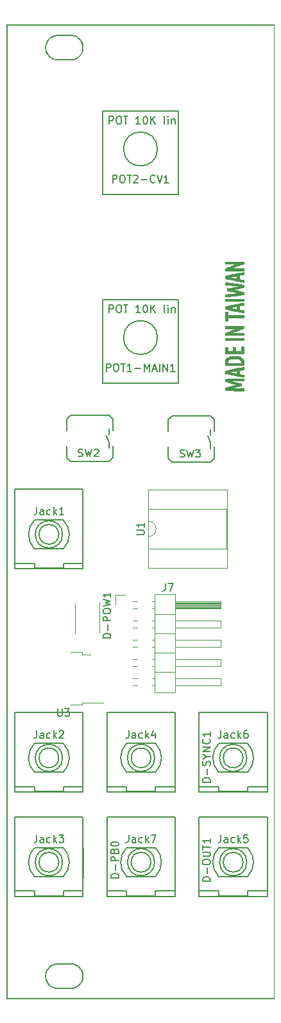
<source format=gbr>
G04 #@! TF.GenerationSoftware,KiCad,Pcbnew,5.1.2-f72e74a~84~ubuntu16.04.1*
G04 #@! TF.CreationDate,2019-05-08T01:02:17+08:00*
G04 #@! TF.ProjectId,8Bit_EuroRack_7hp,38426974-5f45-4757-926f-5261636b5f37,rev?*
G04 #@! TF.SameCoordinates,Original*
G04 #@! TF.FileFunction,Legend,Top*
G04 #@! TF.FilePolarity,Positive*
%FSLAX46Y46*%
G04 Gerber Fmt 4.6, Leading zero omitted, Abs format (unit mm)*
G04 Created by KiCad (PCBNEW 5.1.2-f72e74a~84~ubuntu16.04.1) date 2019-05-08 01:02:17*
%MOMM*%
%LPD*%
G04 APERTURE LIST*
%ADD10C,0.010000*%
%ADD11C,0.150000*%
%ADD12C,0.203200*%
%ADD13C,0.200000*%
%ADD14C,0.120000*%
G04 APERTURE END LIST*
D10*
G36*
X51818137Y-33443257D02*
G01*
X51980165Y-33443312D01*
X52120473Y-33443461D01*
X52240901Y-33443749D01*
X52343288Y-33444224D01*
X52429476Y-33444931D01*
X52501303Y-33445918D01*
X52560610Y-33447231D01*
X52609237Y-33448916D01*
X52649024Y-33451021D01*
X52681810Y-33453590D01*
X52709436Y-33456672D01*
X52733742Y-33460312D01*
X52756568Y-33464556D01*
X52779753Y-33469452D01*
X52794049Y-33472600D01*
X52992392Y-33527038D01*
X53174191Y-33599602D01*
X53342059Y-33691740D01*
X53498609Y-33804899D01*
X53646454Y-33940526D01*
X53655446Y-33949763D01*
X53788752Y-34105445D01*
X53900515Y-34274211D01*
X53990077Y-34454750D01*
X54056776Y-34645751D01*
X54097055Y-34827580D01*
X54106901Y-34913672D01*
X54111797Y-35015565D01*
X54111922Y-35125283D01*
X54107455Y-35234849D01*
X54098574Y-35336290D01*
X54085460Y-35421629D01*
X54083524Y-35430800D01*
X54027179Y-35630993D01*
X53948619Y-35818906D01*
X53847938Y-35994364D01*
X53725231Y-36157191D01*
X53639150Y-36250698D01*
X53486861Y-36387101D01*
X53321488Y-36501795D01*
X53142501Y-36595104D01*
X52967114Y-36661777D01*
X52924576Y-36675191D01*
X52884967Y-36686950D01*
X52846373Y-36697161D01*
X52806881Y-36705930D01*
X52764578Y-36713364D01*
X52717550Y-36719570D01*
X52663885Y-36724653D01*
X52601669Y-36728722D01*
X52528988Y-36731882D01*
X52443929Y-36734240D01*
X52344580Y-36735903D01*
X52229026Y-36736977D01*
X52095354Y-36737569D01*
X51941651Y-36737785D01*
X51766004Y-36737733D01*
X51607150Y-36737568D01*
X51406835Y-36737211D01*
X51230569Y-36736634D01*
X51077003Y-36735814D01*
X50944785Y-36734731D01*
X50832567Y-36733362D01*
X50738996Y-36731687D01*
X50662725Y-36729685D01*
X50602402Y-36727332D01*
X50556677Y-36724609D01*
X50524201Y-36721493D01*
X50514950Y-36720185D01*
X50316602Y-36676211D01*
X50128244Y-36609952D01*
X49951354Y-36522860D01*
X49787411Y-36416387D01*
X49637896Y-36291985D01*
X49504285Y-36151104D01*
X49388060Y-35995197D01*
X49290698Y-35825716D01*
X49213679Y-35644113D01*
X49158481Y-35451839D01*
X49143081Y-35373650D01*
X49132061Y-35285348D01*
X49125721Y-35181503D01*
X49124066Y-35070763D01*
X49124147Y-35067823D01*
X49195474Y-35067823D01*
X49196127Y-35170799D01*
X49201016Y-35266387D01*
X49210233Y-35346464D01*
X49211627Y-35354600D01*
X49259365Y-35551044D01*
X49330192Y-35737383D01*
X49423468Y-35912394D01*
X49538554Y-36074853D01*
X49656703Y-36205807D01*
X49806554Y-36338781D01*
X49965836Y-36448532D01*
X50136325Y-36536010D01*
X50319798Y-36602165D01*
X50464150Y-36637784D01*
X50485853Y-36641923D01*
X50508748Y-36645532D01*
X50534605Y-36648643D01*
X50565196Y-36651286D01*
X50602291Y-36653493D01*
X50647663Y-36655293D01*
X50703082Y-36656717D01*
X50770319Y-36657798D01*
X50851146Y-36658565D01*
X50947333Y-36659049D01*
X51060653Y-36659281D01*
X51192875Y-36659293D01*
X51345773Y-36659114D01*
X51521115Y-36658776D01*
X51651600Y-36658477D01*
X52724750Y-36655918D01*
X52848203Y-36622035D01*
X53045848Y-36555641D01*
X53228971Y-36469387D01*
X53396548Y-36364227D01*
X53547556Y-36241115D01*
X53680972Y-36101005D01*
X53795772Y-35944852D01*
X53890932Y-35773610D01*
X53965430Y-35588232D01*
X53969126Y-35576972D01*
X54012885Y-35404420D01*
X54036638Y-35222186D01*
X54040464Y-35035819D01*
X54024438Y-34850869D01*
X53988638Y-34672884D01*
X53955042Y-34564232D01*
X53877346Y-34383580D01*
X53778417Y-34215010D01*
X53660098Y-34060322D01*
X53524231Y-33921315D01*
X53372656Y-33799789D01*
X53207217Y-33697544D01*
X53029753Y-33616380D01*
X52959700Y-33591489D01*
X52921828Y-33579037D01*
X52887863Y-33568159D01*
X52855876Y-33558739D01*
X52823941Y-33550663D01*
X52790132Y-33543815D01*
X52752520Y-33538081D01*
X52709181Y-33533346D01*
X52658185Y-33529495D01*
X52597608Y-33526413D01*
X52525521Y-33523986D01*
X52439998Y-33522097D01*
X52339113Y-33520633D01*
X52220937Y-33519479D01*
X52083545Y-33518519D01*
X51925010Y-33517638D01*
X51743404Y-33516723D01*
X51702400Y-33516517D01*
X51503701Y-33515584D01*
X51328549Y-33514966D01*
X51175092Y-33514741D01*
X51041479Y-33514983D01*
X50925856Y-33515767D01*
X50826373Y-33517169D01*
X50741178Y-33519265D01*
X50668418Y-33522130D01*
X50606243Y-33525840D01*
X50552798Y-33530470D01*
X50506234Y-33536096D01*
X50464698Y-33542793D01*
X50426338Y-33550636D01*
X50389303Y-33559702D01*
X50351740Y-33570066D01*
X50345584Y-33571842D01*
X50151379Y-33640637D01*
X49972025Y-33729668D01*
X49808449Y-33837928D01*
X49661582Y-33964408D01*
X49532353Y-34108098D01*
X49421691Y-34267990D01*
X49330525Y-34443074D01*
X49259786Y-34632344D01*
X49218006Y-34795800D01*
X49206507Y-34872200D01*
X49198965Y-34965583D01*
X49195474Y-35067823D01*
X49124147Y-35067823D01*
X49127099Y-34961780D01*
X49134826Y-34863203D01*
X49142798Y-34806329D01*
X49189660Y-34611835D01*
X49259594Y-34425283D01*
X49351045Y-34248772D01*
X49462459Y-34084399D01*
X49592278Y-33934265D01*
X49738950Y-33800466D01*
X49900918Y-33685102D01*
X50025940Y-33614730D01*
X50108637Y-33577703D01*
X50207486Y-33540885D01*
X50313389Y-33507254D01*
X50417249Y-33479787D01*
X50476850Y-33467118D01*
X50501325Y-33462777D01*
X50526681Y-33458993D01*
X50554758Y-33455730D01*
X50587396Y-33452947D01*
X50626435Y-33450609D01*
X50673716Y-33448676D01*
X50731081Y-33447110D01*
X50800368Y-33445875D01*
X50883420Y-33444930D01*
X50982075Y-33444240D01*
X51098176Y-33443765D01*
X51233563Y-33443467D01*
X51390075Y-33443309D01*
X51569554Y-33443252D01*
X51632550Y-33443250D01*
X51818137Y-33443257D01*
X51818137Y-33443257D01*
G37*
X51818137Y-33443257D02*
X51980165Y-33443312D01*
X52120473Y-33443461D01*
X52240901Y-33443749D01*
X52343288Y-33444224D01*
X52429476Y-33444931D01*
X52501303Y-33445918D01*
X52560610Y-33447231D01*
X52609237Y-33448916D01*
X52649024Y-33451021D01*
X52681810Y-33453590D01*
X52709436Y-33456672D01*
X52733742Y-33460312D01*
X52756568Y-33464556D01*
X52779753Y-33469452D01*
X52794049Y-33472600D01*
X52992392Y-33527038D01*
X53174191Y-33599602D01*
X53342059Y-33691740D01*
X53498609Y-33804899D01*
X53646454Y-33940526D01*
X53655446Y-33949763D01*
X53788752Y-34105445D01*
X53900515Y-34274211D01*
X53990077Y-34454750D01*
X54056776Y-34645751D01*
X54097055Y-34827580D01*
X54106901Y-34913672D01*
X54111797Y-35015565D01*
X54111922Y-35125283D01*
X54107455Y-35234849D01*
X54098574Y-35336290D01*
X54085460Y-35421629D01*
X54083524Y-35430800D01*
X54027179Y-35630993D01*
X53948619Y-35818906D01*
X53847938Y-35994364D01*
X53725231Y-36157191D01*
X53639150Y-36250698D01*
X53486861Y-36387101D01*
X53321488Y-36501795D01*
X53142501Y-36595104D01*
X52967114Y-36661777D01*
X52924576Y-36675191D01*
X52884967Y-36686950D01*
X52846373Y-36697161D01*
X52806881Y-36705930D01*
X52764578Y-36713364D01*
X52717550Y-36719570D01*
X52663885Y-36724653D01*
X52601669Y-36728722D01*
X52528988Y-36731882D01*
X52443929Y-36734240D01*
X52344580Y-36735903D01*
X52229026Y-36736977D01*
X52095354Y-36737569D01*
X51941651Y-36737785D01*
X51766004Y-36737733D01*
X51607150Y-36737568D01*
X51406835Y-36737211D01*
X51230569Y-36736634D01*
X51077003Y-36735814D01*
X50944785Y-36734731D01*
X50832567Y-36733362D01*
X50738996Y-36731687D01*
X50662725Y-36729685D01*
X50602402Y-36727332D01*
X50556677Y-36724609D01*
X50524201Y-36721493D01*
X50514950Y-36720185D01*
X50316602Y-36676211D01*
X50128244Y-36609952D01*
X49951354Y-36522860D01*
X49787411Y-36416387D01*
X49637896Y-36291985D01*
X49504285Y-36151104D01*
X49388060Y-35995197D01*
X49290698Y-35825716D01*
X49213679Y-35644113D01*
X49158481Y-35451839D01*
X49143081Y-35373650D01*
X49132061Y-35285348D01*
X49125721Y-35181503D01*
X49124066Y-35070763D01*
X49124147Y-35067823D01*
X49195474Y-35067823D01*
X49196127Y-35170799D01*
X49201016Y-35266387D01*
X49210233Y-35346464D01*
X49211627Y-35354600D01*
X49259365Y-35551044D01*
X49330192Y-35737383D01*
X49423468Y-35912394D01*
X49538554Y-36074853D01*
X49656703Y-36205807D01*
X49806554Y-36338781D01*
X49965836Y-36448532D01*
X50136325Y-36536010D01*
X50319798Y-36602165D01*
X50464150Y-36637784D01*
X50485853Y-36641923D01*
X50508748Y-36645532D01*
X50534605Y-36648643D01*
X50565196Y-36651286D01*
X50602291Y-36653493D01*
X50647663Y-36655293D01*
X50703082Y-36656717D01*
X50770319Y-36657798D01*
X50851146Y-36658565D01*
X50947333Y-36659049D01*
X51060653Y-36659281D01*
X51192875Y-36659293D01*
X51345773Y-36659114D01*
X51521115Y-36658776D01*
X51651600Y-36658477D01*
X52724750Y-36655918D01*
X52848203Y-36622035D01*
X53045848Y-36555641D01*
X53228971Y-36469387D01*
X53396548Y-36364227D01*
X53547556Y-36241115D01*
X53680972Y-36101005D01*
X53795772Y-35944852D01*
X53890932Y-35773610D01*
X53965430Y-35588232D01*
X53969126Y-35576972D01*
X54012885Y-35404420D01*
X54036638Y-35222186D01*
X54040464Y-35035819D01*
X54024438Y-34850869D01*
X53988638Y-34672884D01*
X53955042Y-34564232D01*
X53877346Y-34383580D01*
X53778417Y-34215010D01*
X53660098Y-34060322D01*
X53524231Y-33921315D01*
X53372656Y-33799789D01*
X53207217Y-33697544D01*
X53029753Y-33616380D01*
X52959700Y-33591489D01*
X52921828Y-33579037D01*
X52887863Y-33568159D01*
X52855876Y-33558739D01*
X52823941Y-33550663D01*
X52790132Y-33543815D01*
X52752520Y-33538081D01*
X52709181Y-33533346D01*
X52658185Y-33529495D01*
X52597608Y-33526413D01*
X52525521Y-33523986D01*
X52439998Y-33522097D01*
X52339113Y-33520633D01*
X52220937Y-33519479D01*
X52083545Y-33518519D01*
X51925010Y-33517638D01*
X51743404Y-33516723D01*
X51702400Y-33516517D01*
X51503701Y-33515584D01*
X51328549Y-33514966D01*
X51175092Y-33514741D01*
X51041479Y-33514983D01*
X50925856Y-33515767D01*
X50826373Y-33517169D01*
X50741178Y-33519265D01*
X50668418Y-33522130D01*
X50606243Y-33525840D01*
X50552798Y-33530470D01*
X50506234Y-33536096D01*
X50464698Y-33542793D01*
X50426338Y-33550636D01*
X50389303Y-33559702D01*
X50351740Y-33570066D01*
X50345584Y-33571842D01*
X50151379Y-33640637D01*
X49972025Y-33729668D01*
X49808449Y-33837928D01*
X49661582Y-33964408D01*
X49532353Y-34108098D01*
X49421691Y-34267990D01*
X49330525Y-34443074D01*
X49259786Y-34632344D01*
X49218006Y-34795800D01*
X49206507Y-34872200D01*
X49198965Y-34965583D01*
X49195474Y-35067823D01*
X49124147Y-35067823D01*
X49127099Y-34961780D01*
X49134826Y-34863203D01*
X49142798Y-34806329D01*
X49189660Y-34611835D01*
X49259594Y-34425283D01*
X49351045Y-34248772D01*
X49462459Y-34084399D01*
X49592278Y-33934265D01*
X49738950Y-33800466D01*
X49900918Y-33685102D01*
X50025940Y-33614730D01*
X50108637Y-33577703D01*
X50207486Y-33540885D01*
X50313389Y-33507254D01*
X50417249Y-33479787D01*
X50476850Y-33467118D01*
X50501325Y-33462777D01*
X50526681Y-33458993D01*
X50554758Y-33455730D01*
X50587396Y-33452947D01*
X50626435Y-33450609D01*
X50673716Y-33448676D01*
X50731081Y-33447110D01*
X50800368Y-33445875D01*
X50883420Y-33444930D01*
X50982075Y-33444240D01*
X51098176Y-33443765D01*
X51233563Y-33443467D01*
X51390075Y-33443309D01*
X51569554Y-33443252D01*
X51632550Y-33443250D01*
X51818137Y-33443257D01*
G36*
X52218928Y-155943114D02*
G01*
X52334650Y-155943866D01*
X52434311Y-155945252D01*
X52519778Y-155947368D01*
X52592919Y-155950315D01*
X52655602Y-155954187D01*
X52709695Y-155959085D01*
X52757066Y-155965104D01*
X52799581Y-155972344D01*
X52839109Y-155980901D01*
X52877518Y-155990873D01*
X52916675Y-156002358D01*
X52958448Y-156015454D01*
X52966982Y-156018179D01*
X53157745Y-156092137D01*
X53335251Y-156187070D01*
X53498197Y-156301542D01*
X53645281Y-156434120D01*
X53775202Y-156583366D01*
X53886659Y-156747848D01*
X53978349Y-156926129D01*
X54048972Y-157116775D01*
X54083524Y-157249200D01*
X54097158Y-157331955D01*
X54106579Y-157431813D01*
X54111609Y-157540798D01*
X54112070Y-157650934D01*
X54107783Y-157754246D01*
X54098568Y-157842758D01*
X54097055Y-157852419D01*
X54051736Y-158051802D01*
X53982955Y-158241916D01*
X53891372Y-158421450D01*
X53777647Y-158589095D01*
X53655446Y-158730236D01*
X53507132Y-158868010D01*
X53349892Y-158983160D01*
X53181276Y-159077049D01*
X52998837Y-159151042D01*
X52800527Y-159206412D01*
X52776862Y-159211628D01*
X52754165Y-159216169D01*
X52730565Y-159220088D01*
X52704193Y-159223435D01*
X52673178Y-159226263D01*
X52635650Y-159228623D01*
X52589739Y-159230566D01*
X52533575Y-159232144D01*
X52465288Y-159233408D01*
X52383007Y-159234410D01*
X52284862Y-159235200D01*
X52168984Y-159235832D01*
X52033502Y-159236356D01*
X51876545Y-159236823D01*
X51696245Y-159237285D01*
X51677000Y-159237333D01*
X51519028Y-159237661D01*
X51367648Y-159237858D01*
X51224895Y-159237927D01*
X51092803Y-159237873D01*
X50973408Y-159237700D01*
X50868743Y-159237412D01*
X50780844Y-159237015D01*
X50711745Y-159236513D01*
X50663482Y-159235910D01*
X50638089Y-159235211D01*
X50635600Y-159235027D01*
X50505433Y-159215928D01*
X50371042Y-159186958D01*
X50240107Y-159150233D01*
X50120308Y-159107869D01*
X50033019Y-159069030D01*
X49859214Y-158967793D01*
X49700002Y-158846992D01*
X49556877Y-158708632D01*
X49431338Y-158554719D01*
X49324882Y-158387257D01*
X49239006Y-158208252D01*
X49175207Y-158019709D01*
X49143539Y-157877794D01*
X49131238Y-157780322D01*
X49124788Y-157667311D01*
X49124224Y-157556334D01*
X49196240Y-157556334D01*
X49196539Y-157647969D01*
X49199544Y-157734830D01*
X49205252Y-157809657D01*
X49211952Y-157856981D01*
X49261974Y-158053908D01*
X49333213Y-158239337D01*
X49424325Y-158411887D01*
X49533968Y-158570174D01*
X49660801Y-158712818D01*
X49803481Y-158838436D01*
X49960665Y-158945645D01*
X50131012Y-159033065D01*
X50313178Y-159099311D01*
X50451450Y-159133231D01*
X50478601Y-159138602D01*
X50503394Y-159143295D01*
X50527650Y-159147352D01*
X50553190Y-159150815D01*
X50581837Y-159153725D01*
X50615410Y-159156124D01*
X50655731Y-159158052D01*
X50704621Y-159159551D01*
X50763902Y-159160664D01*
X50835395Y-159161430D01*
X50920920Y-159161892D01*
X51022300Y-159162092D01*
X51141355Y-159162070D01*
X51279906Y-159161867D01*
X51439776Y-159161527D01*
X51622784Y-159161089D01*
X51670650Y-159160973D01*
X51859718Y-159160469D01*
X52025113Y-159159904D01*
X52168560Y-159159243D01*
X52291786Y-159158449D01*
X52396517Y-159157488D01*
X52484480Y-159156323D01*
X52557400Y-159154919D01*
X52617004Y-159153240D01*
X52665018Y-159151250D01*
X52703168Y-159148915D01*
X52733182Y-159146197D01*
X52756784Y-159143062D01*
X52775701Y-159139474D01*
X52781900Y-159138015D01*
X52964240Y-159085369D01*
X53126824Y-159022031D01*
X53273833Y-158945797D01*
X53409450Y-158854464D01*
X53537856Y-158745829D01*
X53552267Y-158732207D01*
X53690115Y-158584172D01*
X53805255Y-158424925D01*
X53898113Y-158253696D01*
X53969113Y-158069713D01*
X54014172Y-157895073D01*
X54028672Y-157799861D01*
X54037638Y-157689332D01*
X54040851Y-157573001D01*
X54038096Y-157460378D01*
X54029157Y-157360977D01*
X54026702Y-157344120D01*
X53984007Y-157151748D01*
X53918507Y-156968508D01*
X53831669Y-156796131D01*
X53724962Y-156636350D01*
X53599855Y-156490895D01*
X53457814Y-156361498D01*
X53300307Y-156249890D01*
X53128804Y-156157802D01*
X52966699Y-156094032D01*
X52926062Y-156080731D01*
X52888564Y-156069063D01*
X52852315Y-156058922D01*
X52815428Y-156050200D01*
X52776015Y-156042790D01*
X52732188Y-156036585D01*
X52682057Y-156031479D01*
X52623736Y-156027364D01*
X52555336Y-156024134D01*
X52474968Y-156021681D01*
X52380745Y-156019899D01*
X52270778Y-156018680D01*
X52143179Y-156017918D01*
X51996060Y-156017505D01*
X51827532Y-156017334D01*
X51635708Y-156017300D01*
X51612286Y-156017300D01*
X51426628Y-156017330D01*
X51264517Y-156017449D01*
X51124101Y-156017695D01*
X51003525Y-156018108D01*
X50900939Y-156018726D01*
X50814488Y-156019590D01*
X50742320Y-156020738D01*
X50682583Y-156022210D01*
X50633422Y-156024045D01*
X50592986Y-156026282D01*
X50559422Y-156028961D01*
X50530877Y-156032121D01*
X50505497Y-156035801D01*
X50481431Y-156040041D01*
X50474125Y-156041441D01*
X50363196Y-156065863D01*
X50265072Y-156094589D01*
X50168973Y-156131276D01*
X50064121Y-156179579D01*
X50057750Y-156182713D01*
X49891296Y-156278737D01*
X49738780Y-156394890D01*
X49601691Y-156529157D01*
X49481521Y-156679523D01*
X49379762Y-156843974D01*
X49297906Y-157020496D01*
X49237444Y-157207075D01*
X49211627Y-157325400D01*
X49203780Y-157387788D01*
X49198652Y-157467187D01*
X49196240Y-157556334D01*
X49124224Y-157556334D01*
X49124181Y-157547935D01*
X49129410Y-157431370D01*
X49140468Y-157326792D01*
X49143981Y-157304542D01*
X49189379Y-157111955D01*
X49257693Y-156927559D01*
X49347293Y-156753255D01*
X49456547Y-156590944D01*
X49583824Y-156442526D01*
X49727492Y-156309903D01*
X49885920Y-156194974D01*
X50057477Y-156099641D01*
X50240531Y-156025803D01*
X50241900Y-156025350D01*
X50282182Y-156011976D01*
X50318166Y-156000259D01*
X50351750Y-155990085D01*
X50384833Y-155981335D01*
X50419316Y-155973893D01*
X50457097Y-155967643D01*
X50500077Y-155962468D01*
X50550153Y-155958252D01*
X50609226Y-155954876D01*
X50679195Y-155952226D01*
X50761959Y-155950184D01*
X50859418Y-155948633D01*
X50973472Y-155947457D01*
X51106019Y-155946539D01*
X51258959Y-155945762D01*
X51434191Y-155945010D01*
X51558077Y-155944492D01*
X51756720Y-155943685D01*
X51931831Y-155943122D01*
X52085278Y-155942899D01*
X52218928Y-155943114D01*
X52218928Y-155943114D01*
G37*
X52218928Y-155943114D02*
X52334650Y-155943866D01*
X52434311Y-155945252D01*
X52519778Y-155947368D01*
X52592919Y-155950315D01*
X52655602Y-155954187D01*
X52709695Y-155959085D01*
X52757066Y-155965104D01*
X52799581Y-155972344D01*
X52839109Y-155980901D01*
X52877518Y-155990873D01*
X52916675Y-156002358D01*
X52958448Y-156015454D01*
X52966982Y-156018179D01*
X53157745Y-156092137D01*
X53335251Y-156187070D01*
X53498197Y-156301542D01*
X53645281Y-156434120D01*
X53775202Y-156583366D01*
X53886659Y-156747848D01*
X53978349Y-156926129D01*
X54048972Y-157116775D01*
X54083524Y-157249200D01*
X54097158Y-157331955D01*
X54106579Y-157431813D01*
X54111609Y-157540798D01*
X54112070Y-157650934D01*
X54107783Y-157754246D01*
X54098568Y-157842758D01*
X54097055Y-157852419D01*
X54051736Y-158051802D01*
X53982955Y-158241916D01*
X53891372Y-158421450D01*
X53777647Y-158589095D01*
X53655446Y-158730236D01*
X53507132Y-158868010D01*
X53349892Y-158983160D01*
X53181276Y-159077049D01*
X52998837Y-159151042D01*
X52800527Y-159206412D01*
X52776862Y-159211628D01*
X52754165Y-159216169D01*
X52730565Y-159220088D01*
X52704193Y-159223435D01*
X52673178Y-159226263D01*
X52635650Y-159228623D01*
X52589739Y-159230566D01*
X52533575Y-159232144D01*
X52465288Y-159233408D01*
X52383007Y-159234410D01*
X52284862Y-159235200D01*
X52168984Y-159235832D01*
X52033502Y-159236356D01*
X51876545Y-159236823D01*
X51696245Y-159237285D01*
X51677000Y-159237333D01*
X51519028Y-159237661D01*
X51367648Y-159237858D01*
X51224895Y-159237927D01*
X51092803Y-159237873D01*
X50973408Y-159237700D01*
X50868743Y-159237412D01*
X50780844Y-159237015D01*
X50711745Y-159236513D01*
X50663482Y-159235910D01*
X50638089Y-159235211D01*
X50635600Y-159235027D01*
X50505433Y-159215928D01*
X50371042Y-159186958D01*
X50240107Y-159150233D01*
X50120308Y-159107869D01*
X50033019Y-159069030D01*
X49859214Y-158967793D01*
X49700002Y-158846992D01*
X49556877Y-158708632D01*
X49431338Y-158554719D01*
X49324882Y-158387257D01*
X49239006Y-158208252D01*
X49175207Y-158019709D01*
X49143539Y-157877794D01*
X49131238Y-157780322D01*
X49124788Y-157667311D01*
X49124224Y-157556334D01*
X49196240Y-157556334D01*
X49196539Y-157647969D01*
X49199544Y-157734830D01*
X49205252Y-157809657D01*
X49211952Y-157856981D01*
X49261974Y-158053908D01*
X49333213Y-158239337D01*
X49424325Y-158411887D01*
X49533968Y-158570174D01*
X49660801Y-158712818D01*
X49803481Y-158838436D01*
X49960665Y-158945645D01*
X50131012Y-159033065D01*
X50313178Y-159099311D01*
X50451450Y-159133231D01*
X50478601Y-159138602D01*
X50503394Y-159143295D01*
X50527650Y-159147352D01*
X50553190Y-159150815D01*
X50581837Y-159153725D01*
X50615410Y-159156124D01*
X50655731Y-159158052D01*
X50704621Y-159159551D01*
X50763902Y-159160664D01*
X50835395Y-159161430D01*
X50920920Y-159161892D01*
X51022300Y-159162092D01*
X51141355Y-159162070D01*
X51279906Y-159161867D01*
X51439776Y-159161527D01*
X51622784Y-159161089D01*
X51670650Y-159160973D01*
X51859718Y-159160469D01*
X52025113Y-159159904D01*
X52168560Y-159159243D01*
X52291786Y-159158449D01*
X52396517Y-159157488D01*
X52484480Y-159156323D01*
X52557400Y-159154919D01*
X52617004Y-159153240D01*
X52665018Y-159151250D01*
X52703168Y-159148915D01*
X52733182Y-159146197D01*
X52756784Y-159143062D01*
X52775701Y-159139474D01*
X52781900Y-159138015D01*
X52964240Y-159085369D01*
X53126824Y-159022031D01*
X53273833Y-158945797D01*
X53409450Y-158854464D01*
X53537856Y-158745829D01*
X53552267Y-158732207D01*
X53690115Y-158584172D01*
X53805255Y-158424925D01*
X53898113Y-158253696D01*
X53969113Y-158069713D01*
X54014172Y-157895073D01*
X54028672Y-157799861D01*
X54037638Y-157689332D01*
X54040851Y-157573001D01*
X54038096Y-157460378D01*
X54029157Y-157360977D01*
X54026702Y-157344120D01*
X53984007Y-157151748D01*
X53918507Y-156968508D01*
X53831669Y-156796131D01*
X53724962Y-156636350D01*
X53599855Y-156490895D01*
X53457814Y-156361498D01*
X53300307Y-156249890D01*
X53128804Y-156157802D01*
X52966699Y-156094032D01*
X52926062Y-156080731D01*
X52888564Y-156069063D01*
X52852315Y-156058922D01*
X52815428Y-156050200D01*
X52776015Y-156042790D01*
X52732188Y-156036585D01*
X52682057Y-156031479D01*
X52623736Y-156027364D01*
X52555336Y-156024134D01*
X52474968Y-156021681D01*
X52380745Y-156019899D01*
X52270778Y-156018680D01*
X52143179Y-156017918D01*
X51996060Y-156017505D01*
X51827532Y-156017334D01*
X51635708Y-156017300D01*
X51612286Y-156017300D01*
X51426628Y-156017330D01*
X51264517Y-156017449D01*
X51124101Y-156017695D01*
X51003525Y-156018108D01*
X50900939Y-156018726D01*
X50814488Y-156019590D01*
X50742320Y-156020738D01*
X50682583Y-156022210D01*
X50633422Y-156024045D01*
X50592986Y-156026282D01*
X50559422Y-156028961D01*
X50530877Y-156032121D01*
X50505497Y-156035801D01*
X50481431Y-156040041D01*
X50474125Y-156041441D01*
X50363196Y-156065863D01*
X50265072Y-156094589D01*
X50168973Y-156131276D01*
X50064121Y-156179579D01*
X50057750Y-156182713D01*
X49891296Y-156278737D01*
X49738780Y-156394890D01*
X49601691Y-156529157D01*
X49481521Y-156679523D01*
X49379762Y-156843974D01*
X49297906Y-157020496D01*
X49237444Y-157207075D01*
X49211627Y-157325400D01*
X49203780Y-157387788D01*
X49198652Y-157467187D01*
X49196240Y-157556334D01*
X49124224Y-157556334D01*
X49124181Y-157547935D01*
X49129410Y-157431370D01*
X49140468Y-157326792D01*
X49143981Y-157304542D01*
X49189379Y-157111955D01*
X49257693Y-156927559D01*
X49347293Y-156753255D01*
X49456547Y-156590944D01*
X49583824Y-156442526D01*
X49727492Y-156309903D01*
X49885920Y-156194974D01*
X50057477Y-156099641D01*
X50240531Y-156025803D01*
X50241900Y-156025350D01*
X50282182Y-156011976D01*
X50318166Y-156000259D01*
X50351750Y-155990085D01*
X50384833Y-155981335D01*
X50419316Y-155973893D01*
X50457097Y-155967643D01*
X50500077Y-155962468D01*
X50550153Y-155958252D01*
X50609226Y-155954876D01*
X50679195Y-155952226D01*
X50761959Y-155950184D01*
X50859418Y-155948633D01*
X50973472Y-155947457D01*
X51106019Y-155946539D01*
X51258959Y-155945762D01*
X51434191Y-155945010D01*
X51558077Y-155944492D01*
X51756720Y-155943685D01*
X51931831Y-155943122D01*
X52085278Y-155942899D01*
X52218928Y-155943114D01*
G36*
X79363000Y-160589300D02*
G01*
X44057000Y-160589300D01*
X44057000Y-32141500D01*
X44107800Y-32141500D01*
X44107800Y-160538500D01*
X79324900Y-160538500D01*
X79324900Y-32141500D01*
X44107800Y-32141500D01*
X44057000Y-32141500D01*
X44057000Y-32090700D01*
X79363000Y-32090700D01*
X79363000Y-160589300D01*
X79363000Y-160589300D01*
G37*
X79363000Y-160589300D02*
X44057000Y-160589300D01*
X44057000Y-32141500D01*
X44107800Y-32141500D01*
X44107800Y-160538500D01*
X79324900Y-160538500D01*
X79324900Y-32141500D01*
X44107800Y-32141500D01*
X44057000Y-32141500D01*
X44057000Y-32090700D01*
X79363000Y-32090700D01*
X79363000Y-160589300D01*
D11*
X50920000Y-128830000D02*
G75*
G03X50920000Y-128830000I-1300000J0D01*
G01*
X45120000Y-122830000D02*
X54120000Y-122830000D01*
X45120000Y-133330000D02*
X54120000Y-133330000D01*
X45120000Y-122830000D02*
X45120000Y-133330000D01*
X54120000Y-122830000D02*
X54120000Y-133330000D01*
X51416051Y-128830000D02*
G75*
G03X51416051Y-128830000I-1796051J0D01*
G01*
X47715000Y-126925000D02*
X51525000Y-126925000D01*
X51525000Y-130735000D02*
X47715000Y-130735000D01*
X47715000Y-126925000D02*
G75*
G03X47715000Y-130735000I1905000J-1905000D01*
G01*
X51525000Y-130735000D02*
G75*
G03X51525000Y-126925000I-1905000J1905000D01*
G01*
X51525000Y-132640000D02*
X54065000Y-132640000D01*
X51525000Y-133275000D02*
X51525000Y-132640000D01*
X47715000Y-133275000D02*
X51525000Y-133275000D01*
X47715000Y-132640000D02*
X47715000Y-133275000D01*
X45175000Y-132640000D02*
X47715000Y-132640000D01*
X50920000Y-99340000D02*
G75*
G03X50920000Y-99340000I-1300000J0D01*
G01*
X45120000Y-93340000D02*
X54120000Y-93340000D01*
X45120000Y-103840000D02*
X54120000Y-103840000D01*
X45120000Y-93340000D02*
X45120000Y-103840000D01*
X54120000Y-93340000D02*
X54120000Y-103840000D01*
X51416051Y-99340000D02*
G75*
G03X51416051Y-99340000I-1796051J0D01*
G01*
X47715000Y-97435000D02*
X51525000Y-97435000D01*
X51525000Y-101245000D02*
X47715000Y-101245000D01*
X47715000Y-97435000D02*
G75*
G03X47715000Y-101245000I1905000J-1905000D01*
G01*
X51525000Y-101245000D02*
G75*
G03X51525000Y-97435000I-1905000J1905000D01*
G01*
X51525000Y-103150000D02*
X54065000Y-103150000D01*
X51525000Y-103785000D02*
X51525000Y-103150000D01*
X47715000Y-103785000D02*
X51525000Y-103785000D01*
X47715000Y-103150000D02*
X47715000Y-103785000D01*
X45175000Y-103150000D02*
X47715000Y-103150000D01*
X50920000Y-142590000D02*
G75*
G03X50920000Y-142590000I-1300000J0D01*
G01*
X45120000Y-136590000D02*
X54120000Y-136590000D01*
X45120000Y-147090000D02*
X54120000Y-147090000D01*
X45120000Y-136590000D02*
X45120000Y-147090000D01*
X54120000Y-136590000D02*
X54120000Y-147090000D01*
X51416051Y-142590000D02*
G75*
G03X51416051Y-142590000I-1796051J0D01*
G01*
X47715000Y-140685000D02*
X51525000Y-140685000D01*
X51525000Y-144495000D02*
X47715000Y-144495000D01*
X47715000Y-140685000D02*
G75*
G03X47715000Y-144495000I1905000J-1905000D01*
G01*
X51525000Y-144495000D02*
G75*
G03X51525000Y-140685000I-1905000J1905000D01*
G01*
X51525000Y-146400000D02*
X54065000Y-146400000D01*
X51525000Y-147035000D02*
X51525000Y-146400000D01*
X47715000Y-147035000D02*
X51525000Y-147035000D01*
X47715000Y-146400000D02*
X47715000Y-147035000D01*
X45175000Y-146400000D02*
X47715000Y-146400000D01*
X63080000Y-128830000D02*
G75*
G03X63080000Y-128830000I-1300000J0D01*
G01*
X57280000Y-122830000D02*
X66280000Y-122830000D01*
X57280000Y-133330000D02*
X66280000Y-133330000D01*
X57280000Y-122830000D02*
X57280000Y-133330000D01*
X66280000Y-122830000D02*
X66280000Y-133330000D01*
X63576051Y-128830000D02*
G75*
G03X63576051Y-128830000I-1796051J0D01*
G01*
X59875000Y-126925000D02*
X63685000Y-126925000D01*
X63685000Y-130735000D02*
X59875000Y-130735000D01*
X59875000Y-126925000D02*
G75*
G03X59875000Y-130735000I1905000J-1905000D01*
G01*
X63685000Y-130735000D02*
G75*
G03X63685000Y-126925000I-1905000J1905000D01*
G01*
X63685000Y-132640000D02*
X66225000Y-132640000D01*
X63685000Y-133275000D02*
X63685000Y-132640000D01*
X59875000Y-133275000D02*
X63685000Y-133275000D01*
X59875000Y-132640000D02*
X59875000Y-133275000D01*
X57335000Y-132640000D02*
X59875000Y-132640000D01*
X75240000Y-142590000D02*
G75*
G03X75240000Y-142590000I-1300000J0D01*
G01*
X69440000Y-136590000D02*
X78440000Y-136590000D01*
X69440000Y-147090000D02*
X78440000Y-147090000D01*
X69440000Y-136590000D02*
X69440000Y-147090000D01*
X78440000Y-136590000D02*
X78440000Y-147090000D01*
X75736051Y-142590000D02*
G75*
G03X75736051Y-142590000I-1796051J0D01*
G01*
X72035000Y-140685000D02*
X75845000Y-140685000D01*
X75845000Y-144495000D02*
X72035000Y-144495000D01*
X72035000Y-140685000D02*
G75*
G03X72035000Y-144495000I1905000J-1905000D01*
G01*
X75845000Y-144495000D02*
G75*
G03X75845000Y-140685000I-1905000J1905000D01*
G01*
X75845000Y-146400000D02*
X78385000Y-146400000D01*
X75845000Y-147035000D02*
X75845000Y-146400000D01*
X72035000Y-147035000D02*
X75845000Y-147035000D01*
X72035000Y-146400000D02*
X72035000Y-147035000D01*
X69495000Y-146400000D02*
X72035000Y-146400000D01*
X75240000Y-128830000D02*
G75*
G03X75240000Y-128830000I-1300000J0D01*
G01*
X69440000Y-122830000D02*
X78440000Y-122830000D01*
X69440000Y-133330000D02*
X78440000Y-133330000D01*
X69440000Y-122830000D02*
X69440000Y-133330000D01*
X78440000Y-122830000D02*
X78440000Y-133330000D01*
X75736051Y-128830000D02*
G75*
G03X75736051Y-128830000I-1796051J0D01*
G01*
X72035000Y-126925000D02*
X75845000Y-126925000D01*
X75845000Y-130735000D02*
X72035000Y-130735000D01*
X72035000Y-126925000D02*
G75*
G03X72035000Y-130735000I1905000J-1905000D01*
G01*
X75845000Y-130735000D02*
G75*
G03X75845000Y-126925000I-1905000J1905000D01*
G01*
X75845000Y-132640000D02*
X78385000Y-132640000D01*
X75845000Y-133275000D02*
X75845000Y-132640000D01*
X72035000Y-133275000D02*
X75845000Y-133275000D01*
X72035000Y-132640000D02*
X72035000Y-133275000D01*
X69495000Y-132640000D02*
X72035000Y-132640000D01*
X63080000Y-142590000D02*
G75*
G03X63080000Y-142590000I-1300000J0D01*
G01*
X57280000Y-136590000D02*
X66280000Y-136590000D01*
X57280000Y-147090000D02*
X66280000Y-147090000D01*
X57280000Y-136590000D02*
X57280000Y-147090000D01*
X66280000Y-136590000D02*
X66280000Y-147090000D01*
X63576051Y-142590000D02*
G75*
G03X63576051Y-142590000I-1796051J0D01*
G01*
X59875000Y-140685000D02*
X63685000Y-140685000D01*
X63685000Y-144495000D02*
X59875000Y-144495000D01*
X59875000Y-140685000D02*
G75*
G03X59875000Y-144495000I1905000J-1905000D01*
G01*
X63685000Y-144495000D02*
G75*
G03X63685000Y-140685000I-1905000J1905000D01*
G01*
X63685000Y-146400000D02*
X66225000Y-146400000D01*
X63685000Y-147035000D02*
X63685000Y-146400000D01*
X59875000Y-147035000D02*
X63685000Y-147035000D01*
X59875000Y-146400000D02*
X59875000Y-147035000D01*
X57335000Y-146400000D02*
X59875000Y-146400000D01*
D12*
X51932000Y-87666000D02*
X51932000Y-89190000D01*
X51932000Y-89190000D02*
X52440000Y-89698000D01*
X52440000Y-83602000D02*
X51932000Y-84110000D01*
X51932000Y-84110000D02*
X51932000Y-85634000D01*
X57520000Y-89698000D02*
X58028000Y-89190000D01*
X58028000Y-89190000D02*
X58028000Y-87666000D01*
X57520000Y-83602000D02*
X58028000Y-84110000D01*
X58028000Y-84110000D02*
X58028000Y-85634000D01*
X52440000Y-83602000D02*
X52821000Y-83602000D01*
X57520000Y-83602000D02*
X52821000Y-83602000D01*
X57520000Y-89698000D02*
X55996000Y-89698000D01*
X52440000Y-89698000D02*
X55996000Y-89698000D01*
X57520000Y-87920000D02*
X57520000Y-87158000D01*
X57520000Y-86142000D02*
X57520000Y-85380000D01*
X57520000Y-87158000D02*
X57139000Y-86269000D01*
X65352000Y-87756000D02*
X65352000Y-89280000D01*
X65352000Y-89280000D02*
X65860000Y-89788000D01*
X65860000Y-83692000D02*
X65352000Y-84200000D01*
X65352000Y-84200000D02*
X65352000Y-85724000D01*
X70940000Y-89788000D02*
X71448000Y-89280000D01*
X71448000Y-89280000D02*
X71448000Y-87756000D01*
X70940000Y-83692000D02*
X71448000Y-84200000D01*
X71448000Y-84200000D02*
X71448000Y-85724000D01*
X65860000Y-83692000D02*
X66241000Y-83692000D01*
X70940000Y-83692000D02*
X66241000Y-83692000D01*
X70940000Y-89788000D02*
X69416000Y-89788000D01*
X65860000Y-89788000D02*
X69416000Y-89788000D01*
X70940000Y-88010000D02*
X70940000Y-87248000D01*
X70940000Y-86232000D02*
X70940000Y-85470000D01*
X70940000Y-87248000D02*
X70559000Y-86359000D01*
D13*
X56710000Y-79380000D02*
X56710000Y-73380000D01*
X66710000Y-79380000D02*
X56710000Y-79380000D01*
X66710000Y-68380000D02*
X66710000Y-79380000D01*
X56710000Y-68380000D02*
X66710000Y-68380000D01*
X56710000Y-73380000D02*
X56710000Y-68380000D01*
X63946068Y-73380000D02*
G75*
G03X63946068Y-73380000I-2236068J0D01*
G01*
X56710000Y-54500000D02*
X56710000Y-48500000D01*
X66710000Y-54500000D02*
X56710000Y-54500000D01*
X66710000Y-43500000D02*
X66710000Y-54500000D01*
X56710000Y-43500000D02*
X66710000Y-43500000D01*
X56710000Y-48500000D02*
X56710000Y-43500000D01*
X63946068Y-48500000D02*
G75*
G03X63946068Y-48500000I-2236068J0D01*
G01*
D10*
G36*
X73008125Y-64230672D02*
G01*
X73144250Y-64168843D01*
X73299170Y-64101244D01*
X73467552Y-64030045D01*
X73644064Y-63957417D01*
X73823372Y-63885528D01*
X74000144Y-63816548D01*
X74169047Y-63752647D01*
X74304930Y-63703056D01*
X74423810Y-63660550D01*
X72884300Y-63654004D01*
X72884300Y-63362100D01*
X75336288Y-63362100D01*
X75332669Y-63489605D01*
X75329050Y-63617109D01*
X75075050Y-63703880D01*
X74918584Y-63758123D01*
X74754002Y-63816622D01*
X74585566Y-63877776D01*
X74417536Y-63939983D01*
X74254172Y-64001642D01*
X74099736Y-64061152D01*
X73958488Y-64116911D01*
X73834690Y-64167317D01*
X73773300Y-64193154D01*
X73639950Y-64250132D01*
X75335400Y-64251100D01*
X75335400Y-64543200D01*
X72884300Y-64543200D01*
X72884300Y-64288369D01*
X73008125Y-64230672D01*
X73008125Y-64230672D01*
G37*
X73008125Y-64230672D02*
X73144250Y-64168843D01*
X73299170Y-64101244D01*
X73467552Y-64030045D01*
X73644064Y-63957417D01*
X73823372Y-63885528D01*
X74000144Y-63816548D01*
X74169047Y-63752647D01*
X74304930Y-63703056D01*
X74423810Y-63660550D01*
X72884300Y-63654004D01*
X72884300Y-63362100D01*
X75336288Y-63362100D01*
X75332669Y-63489605D01*
X75329050Y-63617109D01*
X75075050Y-63703880D01*
X74918584Y-63758123D01*
X74754002Y-63816622D01*
X74585566Y-63877776D01*
X74417536Y-63939983D01*
X74254172Y-64001642D01*
X74099736Y-64061152D01*
X73958488Y-64116911D01*
X73834690Y-64167317D01*
X73773300Y-64193154D01*
X73639950Y-64250132D01*
X75335400Y-64251100D01*
X75335400Y-64543200D01*
X72884300Y-64543200D01*
X72884300Y-64288369D01*
X73008125Y-64230672D01*
G36*
X72887106Y-65413966D02*
G01*
X72890650Y-65261704D01*
X73111064Y-65207505D01*
X73283222Y-65165783D01*
X73462547Y-65123444D01*
X73643184Y-65081815D01*
X73819282Y-65042221D01*
X73984987Y-65005988D01*
X74134447Y-64974442D01*
X74190527Y-64962997D01*
X74272423Y-64946735D01*
X74367540Y-64928262D01*
X74472362Y-64908224D01*
X74583372Y-64887269D01*
X74697053Y-64866043D01*
X74809890Y-64845194D01*
X74918364Y-64825368D01*
X75018961Y-64807211D01*
X75108162Y-64791372D01*
X75182451Y-64778496D01*
X75238312Y-64769231D01*
X75268725Y-64764672D01*
X75335400Y-64755828D01*
X75335400Y-64909864D01*
X75334401Y-64976663D01*
X75331573Y-65026521D01*
X75327162Y-65056406D01*
X75322778Y-65063900D01*
X75306561Y-65065724D01*
X75269761Y-65070746D01*
X75216897Y-65078289D01*
X75152491Y-65087680D01*
X75081062Y-65098243D01*
X75007129Y-65109303D01*
X74935214Y-65120184D01*
X74869836Y-65130212D01*
X74815514Y-65138710D01*
X74776770Y-65145005D01*
X74760725Y-65147859D01*
X74725800Y-65154819D01*
X74725800Y-65419133D01*
X74725861Y-65507339D01*
X74726279Y-65573445D01*
X74727400Y-65620753D01*
X74729571Y-65652563D01*
X74733141Y-65672177D01*
X74738457Y-65682894D01*
X74745865Y-65688016D01*
X74754375Y-65690512D01*
X74774477Y-65694271D01*
X74814585Y-65700851D01*
X74870137Y-65709576D01*
X74936573Y-65719765D01*
X75009331Y-65730739D01*
X75083850Y-65741821D01*
X75155569Y-65752331D01*
X75219927Y-65761590D01*
X75272363Y-65768920D01*
X75308316Y-65773642D01*
X75322750Y-65775100D01*
X75328269Y-65787286D01*
X75332373Y-65821837D01*
X75334812Y-65875746D01*
X75335400Y-65927742D01*
X75335253Y-65991970D01*
X75334285Y-66034850D01*
X75331705Y-66060436D01*
X75326720Y-66072779D01*
X75318541Y-66075933D01*
X75306825Y-66074051D01*
X75286096Y-66070089D01*
X75244492Y-66062633D01*
X75186182Y-66052414D01*
X75115338Y-66040160D01*
X75036128Y-66026600D01*
X75011550Y-66022420D01*
X74603059Y-65949784D01*
X74384157Y-65907073D01*
X74384157Y-65622700D01*
X74388035Y-65610703D01*
X74391346Y-65577519D01*
X74393853Y-65527358D01*
X74395318Y-65464432D01*
X74395600Y-65419500D01*
X74394875Y-65344275D01*
X74392828Y-65283607D01*
X74389645Y-65240657D01*
X74385515Y-65218585D01*
X74383504Y-65216300D01*
X74361862Y-65218862D01*
X74320059Y-65226073D01*
X74261398Y-65237222D01*
X74189182Y-65251597D01*
X74106713Y-65268488D01*
X74017294Y-65287183D01*
X73924228Y-65306971D01*
X73830818Y-65327142D01*
X73740365Y-65346983D01*
X73656174Y-65365783D01*
X73581546Y-65382832D01*
X73519785Y-65397417D01*
X73474193Y-65408829D01*
X73448073Y-65416355D01*
X73443100Y-65418808D01*
X73454994Y-65423562D01*
X73488475Y-65432674D01*
X73540244Y-65445428D01*
X73607000Y-65461111D01*
X73685442Y-65479006D01*
X73772270Y-65498399D01*
X73864184Y-65518575D01*
X73957882Y-65538817D01*
X74050065Y-65558412D01*
X74137431Y-65576645D01*
X74216681Y-65592799D01*
X74284514Y-65606160D01*
X74337630Y-65616014D01*
X74372728Y-65621644D01*
X74384157Y-65622700D01*
X74384157Y-65907073D01*
X74206487Y-65872406D01*
X73811820Y-65788202D01*
X73409048Y-65695089D01*
X73230006Y-65651579D01*
X72883563Y-65566227D01*
X72887106Y-65413966D01*
X72887106Y-65413966D01*
G37*
X72887106Y-65413966D02*
X72890650Y-65261704D01*
X73111064Y-65207505D01*
X73283222Y-65165783D01*
X73462547Y-65123444D01*
X73643184Y-65081815D01*
X73819282Y-65042221D01*
X73984987Y-65005988D01*
X74134447Y-64974442D01*
X74190527Y-64962997D01*
X74272423Y-64946735D01*
X74367540Y-64928262D01*
X74472362Y-64908224D01*
X74583372Y-64887269D01*
X74697053Y-64866043D01*
X74809890Y-64845194D01*
X74918364Y-64825368D01*
X75018961Y-64807211D01*
X75108162Y-64791372D01*
X75182451Y-64778496D01*
X75238312Y-64769231D01*
X75268725Y-64764672D01*
X75335400Y-64755828D01*
X75335400Y-64909864D01*
X75334401Y-64976663D01*
X75331573Y-65026521D01*
X75327162Y-65056406D01*
X75322778Y-65063900D01*
X75306561Y-65065724D01*
X75269761Y-65070746D01*
X75216897Y-65078289D01*
X75152491Y-65087680D01*
X75081062Y-65098243D01*
X75007129Y-65109303D01*
X74935214Y-65120184D01*
X74869836Y-65130212D01*
X74815514Y-65138710D01*
X74776770Y-65145005D01*
X74760725Y-65147859D01*
X74725800Y-65154819D01*
X74725800Y-65419133D01*
X74725861Y-65507339D01*
X74726279Y-65573445D01*
X74727400Y-65620753D01*
X74729571Y-65652563D01*
X74733141Y-65672177D01*
X74738457Y-65682894D01*
X74745865Y-65688016D01*
X74754375Y-65690512D01*
X74774477Y-65694271D01*
X74814585Y-65700851D01*
X74870137Y-65709576D01*
X74936573Y-65719765D01*
X75009331Y-65730739D01*
X75083850Y-65741821D01*
X75155569Y-65752331D01*
X75219927Y-65761590D01*
X75272363Y-65768920D01*
X75308316Y-65773642D01*
X75322750Y-65775100D01*
X75328269Y-65787286D01*
X75332373Y-65821837D01*
X75334812Y-65875746D01*
X75335400Y-65927742D01*
X75335253Y-65991970D01*
X75334285Y-66034850D01*
X75331705Y-66060436D01*
X75326720Y-66072779D01*
X75318541Y-66075933D01*
X75306825Y-66074051D01*
X75286096Y-66070089D01*
X75244492Y-66062633D01*
X75186182Y-66052414D01*
X75115338Y-66040160D01*
X75036128Y-66026600D01*
X75011550Y-66022420D01*
X74603059Y-65949784D01*
X74384157Y-65907073D01*
X74384157Y-65622700D01*
X74388035Y-65610703D01*
X74391346Y-65577519D01*
X74393853Y-65527358D01*
X74395318Y-65464432D01*
X74395600Y-65419500D01*
X74394875Y-65344275D01*
X74392828Y-65283607D01*
X74389645Y-65240657D01*
X74385515Y-65218585D01*
X74383504Y-65216300D01*
X74361862Y-65218862D01*
X74320059Y-65226073D01*
X74261398Y-65237222D01*
X74189182Y-65251597D01*
X74106713Y-65268488D01*
X74017294Y-65287183D01*
X73924228Y-65306971D01*
X73830818Y-65327142D01*
X73740365Y-65346983D01*
X73656174Y-65365783D01*
X73581546Y-65382832D01*
X73519785Y-65397417D01*
X73474193Y-65408829D01*
X73448073Y-65416355D01*
X73443100Y-65418808D01*
X73454994Y-65423562D01*
X73488475Y-65432674D01*
X73540244Y-65445428D01*
X73607000Y-65461111D01*
X73685442Y-65479006D01*
X73772270Y-65498399D01*
X73864184Y-65518575D01*
X73957882Y-65538817D01*
X74050065Y-65558412D01*
X74137431Y-65576645D01*
X74216681Y-65592799D01*
X74284514Y-65606160D01*
X74337630Y-65616014D01*
X74372728Y-65621644D01*
X74384157Y-65622700D01*
X74384157Y-65907073D01*
X74206487Y-65872406D01*
X73811820Y-65788202D01*
X73409048Y-65695089D01*
X73230006Y-65651579D01*
X72883563Y-65566227D01*
X72887106Y-65413966D01*
G36*
X72950975Y-67687634D02*
G01*
X72987551Y-67684271D01*
X73042992Y-67679758D01*
X73110818Y-67674598D01*
X73184547Y-67669292D01*
X73214500Y-67667224D01*
X73301451Y-67660782D01*
X73401926Y-67652458D01*
X73513197Y-67642548D01*
X73632535Y-67631347D01*
X73757212Y-67619151D01*
X73884500Y-67606254D01*
X74011670Y-67592953D01*
X74135993Y-67579542D01*
X74254742Y-67566317D01*
X74365188Y-67553574D01*
X74464602Y-67541607D01*
X74550256Y-67530712D01*
X74619423Y-67521184D01*
X74669372Y-67513319D01*
X74697377Y-67507412D01*
X74700400Y-67506373D01*
X74700775Y-67499424D01*
X74679027Y-67489782D01*
X74649600Y-67481558D01*
X74603619Y-67471085D01*
X74536346Y-67456703D01*
X74451460Y-67439136D01*
X74352644Y-67419105D01*
X74243578Y-67397333D01*
X74127943Y-67374543D01*
X74009420Y-67351458D01*
X73891691Y-67328800D01*
X73778436Y-67307291D01*
X73673337Y-67287654D01*
X73580075Y-67270611D01*
X73525650Y-67260935D01*
X73440630Y-67246003D01*
X73362290Y-67232162D01*
X73294672Y-67220133D01*
X73241815Y-67210637D01*
X73207762Y-67204394D01*
X73198625Y-67202631D01*
X73163700Y-67195482D01*
X73163700Y-66906551D01*
X73204975Y-66899366D01*
X73427440Y-66860326D01*
X73633559Y-66823515D01*
X73821712Y-66789232D01*
X73990283Y-66757777D01*
X74137654Y-66729451D01*
X74262205Y-66704552D01*
X74306700Y-66695319D01*
X74420408Y-66671323D01*
X74511431Y-66651852D01*
X74581971Y-66636356D01*
X74634231Y-66624282D01*
X74670412Y-66615080D01*
X74692718Y-66608196D01*
X74703350Y-66603080D01*
X74704510Y-66599179D01*
X74700400Y-66596683D01*
X74678192Y-66591506D01*
X74633456Y-66584284D01*
X74568958Y-66575318D01*
X74487460Y-66564908D01*
X74391728Y-66553352D01*
X74284525Y-66540952D01*
X74168615Y-66528007D01*
X74046763Y-66514817D01*
X73921733Y-66501682D01*
X73796289Y-66488901D01*
X73673195Y-66476775D01*
X73555216Y-66465604D01*
X73445115Y-66455687D01*
X73345657Y-66447325D01*
X73271650Y-66441670D01*
X73186436Y-66435433D01*
X73106595Y-66429366D01*
X73036728Y-66423837D01*
X72981439Y-66419212D01*
X72945330Y-66415859D01*
X72938275Y-66415078D01*
X72884300Y-66408544D01*
X72884300Y-66110403D01*
X73179575Y-66139098D01*
X73502263Y-66172311D01*
X73823266Y-66208965D01*
X74138445Y-66248499D01*
X74443661Y-66290351D01*
X74734776Y-66333962D01*
X75007651Y-66378770D01*
X75192914Y-66411907D01*
X75336179Y-66438540D01*
X75332614Y-66585974D01*
X75329050Y-66733407D01*
X75132200Y-66780755D01*
X75038900Y-66802598D01*
X74925748Y-66828119D01*
X74797841Y-66856235D01*
X74660277Y-66885865D01*
X74518154Y-66915927D01*
X74376569Y-66945340D01*
X74240621Y-66973023D01*
X74115407Y-66997894D01*
X74040000Y-67012457D01*
X73954071Y-67029476D01*
X73893124Y-67043073D01*
X73856978Y-67053295D01*
X73845450Y-67060190D01*
X73849500Y-67062572D01*
X73870214Y-67067037D01*
X73912194Y-67075588D01*
X73971767Y-67087496D01*
X74045259Y-67102030D01*
X74128998Y-67118460D01*
X74211450Y-67134528D01*
X74343083Y-67160560D01*
X74479722Y-67188532D01*
X74624966Y-67219221D01*
X74782414Y-67253403D01*
X74955665Y-67291854D01*
X75148319Y-67335350D01*
X75243325Y-67357010D01*
X75335400Y-67378056D01*
X75335400Y-67674454D01*
X75071875Y-67721756D01*
X74823813Y-67764627D01*
X74574533Y-67804276D01*
X74319639Y-67841298D01*
X74054735Y-67876286D01*
X73775427Y-67909836D01*
X73477318Y-67942542D01*
X73319357Y-67958813D01*
X73222251Y-67968537D01*
X73132488Y-67977368D01*
X73053413Y-67984991D01*
X72988370Y-67991087D01*
X72940703Y-67995341D01*
X72913759Y-67997436D01*
X72909782Y-67997600D01*
X72898999Y-67996115D01*
X72891778Y-67988843D01*
X72887409Y-67971562D01*
X72885182Y-67940050D01*
X72884386Y-67890085D01*
X72884300Y-67846114D01*
X72884300Y-67694628D01*
X72950975Y-67687634D01*
X72950975Y-67687634D01*
G37*
X72950975Y-67687634D02*
X72987551Y-67684271D01*
X73042992Y-67679758D01*
X73110818Y-67674598D01*
X73184547Y-67669292D01*
X73214500Y-67667224D01*
X73301451Y-67660782D01*
X73401926Y-67652458D01*
X73513197Y-67642548D01*
X73632535Y-67631347D01*
X73757212Y-67619151D01*
X73884500Y-67606254D01*
X74011670Y-67592953D01*
X74135993Y-67579542D01*
X74254742Y-67566317D01*
X74365188Y-67553574D01*
X74464602Y-67541607D01*
X74550256Y-67530712D01*
X74619423Y-67521184D01*
X74669372Y-67513319D01*
X74697377Y-67507412D01*
X74700400Y-67506373D01*
X74700775Y-67499424D01*
X74679027Y-67489782D01*
X74649600Y-67481558D01*
X74603619Y-67471085D01*
X74536346Y-67456703D01*
X74451460Y-67439136D01*
X74352644Y-67419105D01*
X74243578Y-67397333D01*
X74127943Y-67374543D01*
X74009420Y-67351458D01*
X73891691Y-67328800D01*
X73778436Y-67307291D01*
X73673337Y-67287654D01*
X73580075Y-67270611D01*
X73525650Y-67260935D01*
X73440630Y-67246003D01*
X73362290Y-67232162D01*
X73294672Y-67220133D01*
X73241815Y-67210637D01*
X73207762Y-67204394D01*
X73198625Y-67202631D01*
X73163700Y-67195482D01*
X73163700Y-66906551D01*
X73204975Y-66899366D01*
X73427440Y-66860326D01*
X73633559Y-66823515D01*
X73821712Y-66789232D01*
X73990283Y-66757777D01*
X74137654Y-66729451D01*
X74262205Y-66704552D01*
X74306700Y-66695319D01*
X74420408Y-66671323D01*
X74511431Y-66651852D01*
X74581971Y-66636356D01*
X74634231Y-66624282D01*
X74670412Y-66615080D01*
X74692718Y-66608196D01*
X74703350Y-66603080D01*
X74704510Y-66599179D01*
X74700400Y-66596683D01*
X74678192Y-66591506D01*
X74633456Y-66584284D01*
X74568958Y-66575318D01*
X74487460Y-66564908D01*
X74391728Y-66553352D01*
X74284525Y-66540952D01*
X74168615Y-66528007D01*
X74046763Y-66514817D01*
X73921733Y-66501682D01*
X73796289Y-66488901D01*
X73673195Y-66476775D01*
X73555216Y-66465604D01*
X73445115Y-66455687D01*
X73345657Y-66447325D01*
X73271650Y-66441670D01*
X73186436Y-66435433D01*
X73106595Y-66429366D01*
X73036728Y-66423837D01*
X72981439Y-66419212D01*
X72945330Y-66415859D01*
X72938275Y-66415078D01*
X72884300Y-66408544D01*
X72884300Y-66110403D01*
X73179575Y-66139098D01*
X73502263Y-66172311D01*
X73823266Y-66208965D01*
X74138445Y-66248499D01*
X74443661Y-66290351D01*
X74734776Y-66333962D01*
X75007651Y-66378770D01*
X75192914Y-66411907D01*
X75336179Y-66438540D01*
X75332614Y-66585974D01*
X75329050Y-66733407D01*
X75132200Y-66780755D01*
X75038900Y-66802598D01*
X74925748Y-66828119D01*
X74797841Y-66856235D01*
X74660277Y-66885865D01*
X74518154Y-66915927D01*
X74376569Y-66945340D01*
X74240621Y-66973023D01*
X74115407Y-66997894D01*
X74040000Y-67012457D01*
X73954071Y-67029476D01*
X73893124Y-67043073D01*
X73856978Y-67053295D01*
X73845450Y-67060190D01*
X73849500Y-67062572D01*
X73870214Y-67067037D01*
X73912194Y-67075588D01*
X73971767Y-67087496D01*
X74045259Y-67102030D01*
X74128998Y-67118460D01*
X74211450Y-67134528D01*
X74343083Y-67160560D01*
X74479722Y-67188532D01*
X74624966Y-67219221D01*
X74782414Y-67253403D01*
X74955665Y-67291854D01*
X75148319Y-67335350D01*
X75243325Y-67357010D01*
X75335400Y-67378056D01*
X75335400Y-67674454D01*
X75071875Y-67721756D01*
X74823813Y-67764627D01*
X74574533Y-67804276D01*
X74319639Y-67841298D01*
X74054735Y-67876286D01*
X73775427Y-67909836D01*
X73477318Y-67942542D01*
X73319357Y-67958813D01*
X73222251Y-67968537D01*
X73132488Y-67977368D01*
X73053413Y-67984991D01*
X72988370Y-67991087D01*
X72940703Y-67995341D01*
X72913759Y-67997436D01*
X72909782Y-67997600D01*
X72898999Y-67996115D01*
X72891778Y-67988843D01*
X72887409Y-67971562D01*
X72885182Y-67940050D01*
X72884386Y-67890085D01*
X72884300Y-67846114D01*
X72884300Y-67694628D01*
X72950975Y-67687634D01*
G36*
X75335400Y-68264300D02*
G01*
X75335400Y-68569100D01*
X72884300Y-68569100D01*
X72884300Y-68264300D01*
X75335400Y-68264300D01*
X75335400Y-68264300D01*
G37*
X75335400Y-68264300D02*
X75335400Y-68569100D01*
X72884300Y-68569100D01*
X72884300Y-68264300D01*
X75335400Y-68264300D01*
G36*
X72884699Y-69380903D02*
G01*
X72886306Y-69337102D01*
X72889729Y-69310037D01*
X72895579Y-69295377D01*
X72904466Y-69288793D01*
X72906525Y-69288105D01*
X72938391Y-69279489D01*
X72991570Y-69266108D01*
X73062595Y-69248770D01*
X73147999Y-69228285D01*
X73244314Y-69205463D01*
X73348072Y-69181113D01*
X73455808Y-69156044D01*
X73564052Y-69131066D01*
X73669339Y-69106990D01*
X73768200Y-69084624D01*
X73857169Y-69064777D01*
X73932778Y-69048260D01*
X73944750Y-69045693D01*
X74025790Y-69028692D01*
X74120438Y-69009372D01*
X74225921Y-68988255D01*
X74339469Y-68965864D01*
X74458308Y-68942723D01*
X74579666Y-68919353D01*
X74700771Y-68896278D01*
X74818851Y-68874020D01*
X74931133Y-68853103D01*
X75034846Y-68834049D01*
X75127218Y-68817381D01*
X75205475Y-68803622D01*
X75266847Y-68793295D01*
X75308560Y-68786922D01*
X75326963Y-68785000D01*
X75330228Y-68796879D01*
X75332905Y-68829235D01*
X75334721Y-68877145D01*
X75335399Y-68935688D01*
X75335400Y-68936545D01*
X75335006Y-69001482D01*
X75333422Y-69045335D01*
X75330039Y-69072409D01*
X75324250Y-69087014D01*
X75315448Y-69093457D01*
X75313175Y-69094172D01*
X75294546Y-69097718D01*
X75254707Y-69104275D01*
X75197586Y-69113230D01*
X75127111Y-69123972D01*
X75047214Y-69135891D01*
X75008128Y-69141637D01*
X74725307Y-69183018D01*
X74728728Y-69450325D01*
X74732150Y-69717631D01*
X74859645Y-69738902D01*
X74923778Y-69749080D01*
X75002856Y-69760853D01*
X75086612Y-69772729D01*
X75161270Y-69782760D01*
X75335400Y-69805346D01*
X75335400Y-69955573D01*
X75334783Y-70013954D01*
X75333105Y-70061748D01*
X75330622Y-70094011D01*
X75327602Y-70105800D01*
X75305805Y-70103475D01*
X75261970Y-70096854D01*
X75198997Y-70086469D01*
X75119786Y-70072854D01*
X75027236Y-70056540D01*
X74924246Y-70038059D01*
X74813716Y-70017945D01*
X74698546Y-69996730D01*
X74581634Y-69974945D01*
X74465880Y-69953124D01*
X74372350Y-69935268D01*
X74372350Y-69648600D01*
X74381224Y-69646875D01*
X74387509Y-69639228D01*
X74391645Y-69621956D01*
X74394076Y-69591355D01*
X74395243Y-69543720D01*
X74395589Y-69475348D01*
X74395600Y-69453867D01*
X74395204Y-69386166D01*
X74394112Y-69327845D01*
X74392469Y-69283438D01*
X74390419Y-69257479D01*
X74389209Y-69252743D01*
X74373777Y-69252309D01*
X74334868Y-69257391D01*
X74273742Y-69267752D01*
X74191662Y-69283153D01*
X74089890Y-69303356D01*
X73969686Y-69328121D01*
X73832313Y-69357211D01*
X73800505Y-69364040D01*
X73688250Y-69388029D01*
X73599770Y-69407091D01*
X73534137Y-69422204D01*
X73490422Y-69434347D01*
X73467697Y-69444499D01*
X73465034Y-69453638D01*
X73481505Y-69462744D01*
X73516180Y-69472795D01*
X73568132Y-69484770D01*
X73636432Y-69499649D01*
X73665758Y-69506107D01*
X73767625Y-69528457D01*
X73871282Y-69550722D01*
X73973446Y-69572240D01*
X74070833Y-69592348D01*
X74160160Y-69610385D01*
X74238144Y-69625687D01*
X74301501Y-69637594D01*
X74346949Y-69645444D01*
X74371204Y-69648573D01*
X74372350Y-69648600D01*
X74372350Y-69935268D01*
X74354184Y-69931799D01*
X74249445Y-69911502D01*
X74154562Y-69892765D01*
X74072436Y-69876122D01*
X74040000Y-69869370D01*
X73886975Y-69836470D01*
X73721499Y-69799640D01*
X73549847Y-69760350D01*
X73378291Y-69720073D01*
X73213105Y-69680281D01*
X73060562Y-69642447D01*
X72931925Y-69609356D01*
X72884300Y-69596821D01*
X72884300Y-69445767D01*
X72884699Y-69380903D01*
X72884699Y-69380903D01*
G37*
X72884699Y-69380903D02*
X72886306Y-69337102D01*
X72889729Y-69310037D01*
X72895579Y-69295377D01*
X72904466Y-69288793D01*
X72906525Y-69288105D01*
X72938391Y-69279489D01*
X72991570Y-69266108D01*
X73062595Y-69248770D01*
X73147999Y-69228285D01*
X73244314Y-69205463D01*
X73348072Y-69181113D01*
X73455808Y-69156044D01*
X73564052Y-69131066D01*
X73669339Y-69106990D01*
X73768200Y-69084624D01*
X73857169Y-69064777D01*
X73932778Y-69048260D01*
X73944750Y-69045693D01*
X74025790Y-69028692D01*
X74120438Y-69009372D01*
X74225921Y-68988255D01*
X74339469Y-68965864D01*
X74458308Y-68942723D01*
X74579666Y-68919353D01*
X74700771Y-68896278D01*
X74818851Y-68874020D01*
X74931133Y-68853103D01*
X75034846Y-68834049D01*
X75127218Y-68817381D01*
X75205475Y-68803622D01*
X75266847Y-68793295D01*
X75308560Y-68786922D01*
X75326963Y-68785000D01*
X75330228Y-68796879D01*
X75332905Y-68829235D01*
X75334721Y-68877145D01*
X75335399Y-68935688D01*
X75335400Y-68936545D01*
X75335006Y-69001482D01*
X75333422Y-69045335D01*
X75330039Y-69072409D01*
X75324250Y-69087014D01*
X75315448Y-69093457D01*
X75313175Y-69094172D01*
X75294546Y-69097718D01*
X75254707Y-69104275D01*
X75197586Y-69113230D01*
X75127111Y-69123972D01*
X75047214Y-69135891D01*
X75008128Y-69141637D01*
X74725307Y-69183018D01*
X74728728Y-69450325D01*
X74732150Y-69717631D01*
X74859645Y-69738902D01*
X74923778Y-69749080D01*
X75002856Y-69760853D01*
X75086612Y-69772729D01*
X75161270Y-69782760D01*
X75335400Y-69805346D01*
X75335400Y-69955573D01*
X75334783Y-70013954D01*
X75333105Y-70061748D01*
X75330622Y-70094011D01*
X75327602Y-70105800D01*
X75305805Y-70103475D01*
X75261970Y-70096854D01*
X75198997Y-70086469D01*
X75119786Y-70072854D01*
X75027236Y-70056540D01*
X74924246Y-70038059D01*
X74813716Y-70017945D01*
X74698546Y-69996730D01*
X74581634Y-69974945D01*
X74465880Y-69953124D01*
X74372350Y-69935268D01*
X74372350Y-69648600D01*
X74381224Y-69646875D01*
X74387509Y-69639228D01*
X74391645Y-69621956D01*
X74394076Y-69591355D01*
X74395243Y-69543720D01*
X74395589Y-69475348D01*
X74395600Y-69453867D01*
X74395204Y-69386166D01*
X74394112Y-69327845D01*
X74392469Y-69283438D01*
X74390419Y-69257479D01*
X74389209Y-69252743D01*
X74373777Y-69252309D01*
X74334868Y-69257391D01*
X74273742Y-69267752D01*
X74191662Y-69283153D01*
X74089890Y-69303356D01*
X73969686Y-69328121D01*
X73832313Y-69357211D01*
X73800505Y-69364040D01*
X73688250Y-69388029D01*
X73599770Y-69407091D01*
X73534137Y-69422204D01*
X73490422Y-69434347D01*
X73467697Y-69444499D01*
X73465034Y-69453638D01*
X73481505Y-69462744D01*
X73516180Y-69472795D01*
X73568132Y-69484770D01*
X73636432Y-69499649D01*
X73665758Y-69506107D01*
X73767625Y-69528457D01*
X73871282Y-69550722D01*
X73973446Y-69572240D01*
X74070833Y-69592348D01*
X74160160Y-69610385D01*
X74238144Y-69625687D01*
X74301501Y-69637594D01*
X74346949Y-69645444D01*
X74371204Y-69648573D01*
X74372350Y-69648600D01*
X74372350Y-69935268D01*
X74354184Y-69931799D01*
X74249445Y-69911502D01*
X74154562Y-69892765D01*
X74072436Y-69876122D01*
X74040000Y-69869370D01*
X73886975Y-69836470D01*
X73721499Y-69799640D01*
X73549847Y-69760350D01*
X73378291Y-69720073D01*
X73213105Y-69680281D01*
X73060562Y-69642447D01*
X72931925Y-69609356D01*
X72884300Y-69596821D01*
X72884300Y-69445767D01*
X72884699Y-69380903D01*
G36*
X73227200Y-70029600D02*
G01*
X73227200Y-70448700D01*
X75335400Y-70448700D01*
X75335400Y-70753500D01*
X73227200Y-70753500D01*
X73227200Y-71172600D01*
X72884300Y-71172600D01*
X72884300Y-70029600D01*
X73227200Y-70029600D01*
X73227200Y-70029600D01*
G37*
X73227200Y-70029600D02*
X73227200Y-70448700D01*
X75335400Y-70448700D01*
X75335400Y-70753500D01*
X73227200Y-70753500D01*
X73227200Y-71172600D01*
X72884300Y-71172600D01*
X72884300Y-70029600D01*
X73227200Y-70029600D01*
G36*
X72982724Y-72766616D02*
G01*
X73090962Y-72716378D01*
X73219092Y-72659553D01*
X73362995Y-72597828D01*
X73518547Y-72532889D01*
X73681628Y-72466425D01*
X73848116Y-72400120D01*
X74013889Y-72335661D01*
X74174826Y-72274736D01*
X74274950Y-72237807D01*
X74427350Y-72182250D01*
X72884300Y-72175704D01*
X72884300Y-71896500D01*
X75336319Y-71896500D01*
X75332684Y-72018612D01*
X75329050Y-72140724D01*
X75024250Y-72245420D01*
X74850103Y-72306243D01*
X74665643Y-72372490D01*
X74477147Y-72441814D01*
X74290890Y-72511868D01*
X74113149Y-72580302D01*
X73950200Y-72644771D01*
X73874900Y-72675332D01*
X73652650Y-72766450D01*
X75335400Y-72772982D01*
X75335400Y-73064900D01*
X72884300Y-73064900D01*
X72884299Y-72939311D01*
X72884299Y-72813721D01*
X72982724Y-72766616D01*
X72982724Y-72766616D01*
G37*
X72982724Y-72766616D02*
X73090962Y-72716378D01*
X73219092Y-72659553D01*
X73362995Y-72597828D01*
X73518547Y-72532889D01*
X73681628Y-72466425D01*
X73848116Y-72400120D01*
X74013889Y-72335661D01*
X74174826Y-72274736D01*
X74274950Y-72237807D01*
X74427350Y-72182250D01*
X72884300Y-72175704D01*
X72884300Y-71896500D01*
X75336319Y-71896500D01*
X75332684Y-72018612D01*
X75329050Y-72140724D01*
X75024250Y-72245420D01*
X74850103Y-72306243D01*
X74665643Y-72372490D01*
X74477147Y-72441814D01*
X74290890Y-72511868D01*
X74113149Y-72580302D01*
X73950200Y-72644771D01*
X73874900Y-72675332D01*
X73652650Y-72766450D01*
X75335400Y-72772982D01*
X75335400Y-73064900D01*
X72884300Y-73064900D01*
X72884299Y-72939311D01*
X72884299Y-72813721D01*
X72982724Y-72766616D01*
G36*
X75335400Y-73458600D02*
G01*
X75335400Y-73763400D01*
X72884300Y-73763400D01*
X72884300Y-73458600D01*
X75335400Y-73458600D01*
X75335400Y-73458600D01*
G37*
X75335400Y-73458600D02*
X75335400Y-73763400D01*
X72884300Y-73763400D01*
X72884300Y-73458600D01*
X75335400Y-73458600D01*
G36*
X73227200Y-74614300D02*
G01*
X73227200Y-75198500D01*
X73887600Y-75198500D01*
X73887600Y-74665100D01*
X74217800Y-74665100D01*
X74217800Y-75198500D01*
X74992500Y-75198500D01*
X74992500Y-74563500D01*
X75335400Y-74563500D01*
X75335400Y-75503300D01*
X72884300Y-75503300D01*
X72884300Y-74614300D01*
X73227200Y-74614300D01*
X73227200Y-74614300D01*
G37*
X73227200Y-74614300D02*
X73227200Y-75198500D01*
X73887600Y-75198500D01*
X73887600Y-74665100D01*
X74217800Y-74665100D01*
X74217800Y-75198500D01*
X74992500Y-75198500D01*
X74992500Y-74563500D01*
X75335400Y-74563500D01*
X75335400Y-75503300D01*
X72884300Y-75503300D01*
X72884300Y-74614300D01*
X73227200Y-74614300D01*
G36*
X73261754Y-77689827D02*
G01*
X73598510Y-77610171D01*
X73926702Y-77536997D01*
X74254379Y-77468638D01*
X74589592Y-77403427D01*
X74940388Y-77339698D01*
X75019992Y-77325791D01*
X75099600Y-77311907D01*
X75172091Y-77299133D01*
X75233214Y-77288230D01*
X75278715Y-77279957D01*
X75304342Y-77275074D01*
X75306825Y-77274545D01*
X75318748Y-77272625D01*
X75326785Y-77275891D01*
X75331702Y-77288354D01*
X75334266Y-77314026D01*
X75335243Y-77356918D01*
X75335399Y-77421039D01*
X75335400Y-77424078D01*
X75335400Y-77580039D01*
X74732150Y-77668999D01*
X74728727Y-77937014D01*
X74725304Y-78205030D01*
X74900177Y-78232088D01*
X74975155Y-78243480D01*
X75051718Y-78254758D01*
X75121118Y-78264653D01*
X75174607Y-78271897D01*
X75176650Y-78272160D01*
X75242173Y-78280126D01*
X75286815Y-78287079D01*
X75314537Y-78297295D01*
X75329298Y-78315051D01*
X75335061Y-78344626D01*
X75335786Y-78390297D01*
X75335400Y-78443592D01*
X75335033Y-78506649D01*
X75333505Y-78548530D01*
X75330172Y-78573454D01*
X75324391Y-78585640D01*
X75315520Y-78589306D01*
X75313175Y-78589389D01*
X75290258Y-78587087D01*
X75245460Y-78580557D01*
X75181847Y-78570343D01*
X75102485Y-78556988D01*
X75010441Y-78541036D01*
X74908780Y-78523032D01*
X74800569Y-78503520D01*
X74688874Y-78483043D01*
X74576761Y-78462146D01*
X74467297Y-78441372D01*
X74389039Y-78426207D01*
X74389039Y-78144900D01*
X74391254Y-78132909D01*
X74393150Y-78099769D01*
X74394589Y-78049731D01*
X74395434Y-77987045D01*
X74395600Y-77941700D01*
X74395297Y-77864549D01*
X74394169Y-77809331D01*
X74391887Y-77772585D01*
X74388118Y-77750850D01*
X74382533Y-77740664D01*
X74376209Y-77738500D01*
X74355277Y-77741018D01*
X74313756Y-77748102D01*
X74255018Y-77759050D01*
X74182436Y-77773158D01*
X74099381Y-77789724D01*
X74009225Y-77808044D01*
X73915341Y-77827415D01*
X73821100Y-77847134D01*
X73729873Y-77866498D01*
X73645034Y-77884804D01*
X73569955Y-77901349D01*
X73508006Y-77915429D01*
X73462560Y-77926343D01*
X73436989Y-77933385D01*
X73432722Y-77935225D01*
X73443167Y-77939133D01*
X73475237Y-77947550D01*
X73525700Y-77959770D01*
X73591322Y-77975081D01*
X73668871Y-77992777D01*
X73755114Y-78012147D01*
X73846817Y-78032484D01*
X73940749Y-78053078D01*
X74033676Y-78073220D01*
X74122365Y-78092203D01*
X74203584Y-78109316D01*
X74274099Y-78123851D01*
X74330678Y-78135099D01*
X74370088Y-78142352D01*
X74389039Y-78144900D01*
X74389039Y-78426207D01*
X74363548Y-78421266D01*
X74344800Y-78417579D01*
X74139026Y-78375888D01*
X73921029Y-78329682D01*
X73698497Y-78280680D01*
X73479118Y-78230602D01*
X73270581Y-78181167D01*
X73106550Y-78140675D01*
X72890650Y-78086202D01*
X72883558Y-77781650D01*
X73261754Y-77689827D01*
X73261754Y-77689827D01*
G37*
X73261754Y-77689827D02*
X73598510Y-77610171D01*
X73926702Y-77536997D01*
X74254379Y-77468638D01*
X74589592Y-77403427D01*
X74940388Y-77339698D01*
X75019992Y-77325791D01*
X75099600Y-77311907D01*
X75172091Y-77299133D01*
X75233214Y-77288230D01*
X75278715Y-77279957D01*
X75304342Y-77275074D01*
X75306825Y-77274545D01*
X75318748Y-77272625D01*
X75326785Y-77275891D01*
X75331702Y-77288354D01*
X75334266Y-77314026D01*
X75335243Y-77356918D01*
X75335399Y-77421039D01*
X75335400Y-77424078D01*
X75335400Y-77580039D01*
X74732150Y-77668999D01*
X74728727Y-77937014D01*
X74725304Y-78205030D01*
X74900177Y-78232088D01*
X74975155Y-78243480D01*
X75051718Y-78254758D01*
X75121118Y-78264653D01*
X75174607Y-78271897D01*
X75176650Y-78272160D01*
X75242173Y-78280126D01*
X75286815Y-78287079D01*
X75314537Y-78297295D01*
X75329298Y-78315051D01*
X75335061Y-78344626D01*
X75335786Y-78390297D01*
X75335400Y-78443592D01*
X75335033Y-78506649D01*
X75333505Y-78548530D01*
X75330172Y-78573454D01*
X75324391Y-78585640D01*
X75315520Y-78589306D01*
X75313175Y-78589389D01*
X75290258Y-78587087D01*
X75245460Y-78580557D01*
X75181847Y-78570343D01*
X75102485Y-78556988D01*
X75010441Y-78541036D01*
X74908780Y-78523032D01*
X74800569Y-78503520D01*
X74688874Y-78483043D01*
X74576761Y-78462146D01*
X74467297Y-78441372D01*
X74389039Y-78426207D01*
X74389039Y-78144900D01*
X74391254Y-78132909D01*
X74393150Y-78099769D01*
X74394589Y-78049731D01*
X74395434Y-77987045D01*
X74395600Y-77941700D01*
X74395297Y-77864549D01*
X74394169Y-77809331D01*
X74391887Y-77772585D01*
X74388118Y-77750850D01*
X74382533Y-77740664D01*
X74376209Y-77738500D01*
X74355277Y-77741018D01*
X74313756Y-77748102D01*
X74255018Y-77759050D01*
X74182436Y-77773158D01*
X74099381Y-77789724D01*
X74009225Y-77808044D01*
X73915341Y-77827415D01*
X73821100Y-77847134D01*
X73729873Y-77866498D01*
X73645034Y-77884804D01*
X73569955Y-77901349D01*
X73508006Y-77915429D01*
X73462560Y-77926343D01*
X73436989Y-77933385D01*
X73432722Y-77935225D01*
X73443167Y-77939133D01*
X73475237Y-77947550D01*
X73525700Y-77959770D01*
X73591322Y-77975081D01*
X73668871Y-77992777D01*
X73755114Y-78012147D01*
X73846817Y-78032484D01*
X73940749Y-78053078D01*
X74033676Y-78073220D01*
X74122365Y-78092203D01*
X74203584Y-78109316D01*
X74274099Y-78123851D01*
X74330678Y-78135099D01*
X74370088Y-78142352D01*
X74389039Y-78144900D01*
X74389039Y-78426207D01*
X74363548Y-78421266D01*
X74344800Y-78417579D01*
X74139026Y-78375888D01*
X73921029Y-78329682D01*
X73698497Y-78280680D01*
X73479118Y-78230602D01*
X73270581Y-78181167D01*
X73106550Y-78140675D01*
X72890650Y-78086202D01*
X72883558Y-77781650D01*
X73261754Y-77689827D01*
G36*
X72887089Y-80165736D02*
G01*
X72890650Y-80019038D01*
X73043050Y-79970268D01*
X73125651Y-79944433D01*
X73228239Y-79913306D01*
X73346273Y-79878201D01*
X73475213Y-79840429D01*
X73610518Y-79801303D01*
X73747649Y-79762135D01*
X73882065Y-79724239D01*
X74009225Y-79688927D01*
X74124591Y-79657510D01*
X74128900Y-79656352D01*
X74217107Y-79632582D01*
X74283198Y-79614403D01*
X74329600Y-79600867D01*
X74358741Y-79591030D01*
X74373048Y-79583943D01*
X74374951Y-79578660D01*
X74366876Y-79574236D01*
X74351250Y-79569722D01*
X74351150Y-79569696D01*
X74322528Y-79562249D01*
X74274345Y-79549771D01*
X74211636Y-79533564D01*
X74139440Y-79514930D01*
X74071750Y-79497478D01*
X73862224Y-79442277D01*
X73645571Y-79382961D01*
X73430735Y-79322046D01*
X73226658Y-79262050D01*
X73116075Y-79228459D01*
X72884300Y-79157081D01*
X72884300Y-79013516D01*
X72884299Y-78869951D01*
X72925574Y-78863213D01*
X72958330Y-78859487D01*
X73014100Y-78855057D01*
X73090515Y-78850022D01*
X73185201Y-78844479D01*
X73295788Y-78838527D01*
X73419903Y-78832265D01*
X73555174Y-78825793D01*
X73699231Y-78819207D01*
X73849700Y-78812608D01*
X74004211Y-78806094D01*
X74160391Y-78799764D01*
X74315869Y-78793716D01*
X74468274Y-78788048D01*
X74615232Y-78782861D01*
X74754372Y-78778252D01*
X74883324Y-78774320D01*
X74999714Y-78771164D01*
X75101171Y-78768882D01*
X75185324Y-78767574D01*
X75230625Y-78767291D01*
X75335400Y-78767200D01*
X75335400Y-79056473D01*
X75052825Y-79064093D01*
X74806738Y-79070696D01*
X74584335Y-79076595D01*
X74385816Y-79081786D01*
X74211380Y-79086264D01*
X74061228Y-79090023D01*
X73935559Y-79093058D01*
X73834574Y-79095365D01*
X73758473Y-79096939D01*
X73707456Y-79097774D01*
X73690750Y-79097915D01*
X73644406Y-79099376D01*
X73620783Y-79103284D01*
X73620900Y-79109256D01*
X73639659Y-79116174D01*
X73680239Y-79128413D01*
X73739793Y-79145238D01*
X73815474Y-79165917D01*
X73904435Y-79189716D01*
X74003829Y-79215901D01*
X74110808Y-79243739D01*
X74222527Y-79272498D01*
X74336137Y-79301443D01*
X74448791Y-79329841D01*
X74557643Y-79356959D01*
X74659845Y-79382063D01*
X74752551Y-79404421D01*
X74832913Y-79423298D01*
X74890900Y-79436391D01*
X74998850Y-79460095D01*
X75002445Y-79587705D01*
X75006040Y-79715314D01*
X74875445Y-79743830D01*
X74811715Y-79758334D01*
X74727771Y-79778327D01*
X74627929Y-79802714D01*
X74516506Y-79830400D01*
X74397819Y-79860289D01*
X74276185Y-79891287D01*
X74155922Y-79922299D01*
X74041346Y-79952229D01*
X73936774Y-79979983D01*
X73846524Y-80004465D01*
X73830450Y-80008907D01*
X73614550Y-80068785D01*
X73697100Y-80077340D01*
X73729854Y-80079672D01*
X73784932Y-80082356D01*
X73859259Y-80085311D01*
X73949760Y-80088460D01*
X74053363Y-80091725D01*
X74166994Y-80095026D01*
X74287579Y-80098287D01*
X74412044Y-80101427D01*
X74537315Y-80104370D01*
X74660319Y-80107036D01*
X74777983Y-80109347D01*
X74887231Y-80111225D01*
X74984991Y-80112592D01*
X75068189Y-80113369D01*
X75116325Y-80113520D01*
X75335400Y-80113400D01*
X75335426Y-80262625D01*
X75335453Y-80411850D01*
X75256051Y-80409105D01*
X75226192Y-80408184D01*
X75174110Y-80406699D01*
X75102974Y-80404737D01*
X75015951Y-80402383D01*
X74916211Y-80399723D01*
X74806923Y-80396841D01*
X74691254Y-80393823D01*
X74643250Y-80392580D01*
X74378631Y-80385024D01*
X74115239Y-80376109D01*
X73857674Y-80366031D01*
X73610538Y-80354987D01*
X73378431Y-80343173D01*
X73165953Y-80330783D01*
X73115689Y-80327570D01*
X72883529Y-80312434D01*
X72887089Y-80165736D01*
X72887089Y-80165736D01*
G37*
X72887089Y-80165736D02*
X72890650Y-80019038D01*
X73043050Y-79970268D01*
X73125651Y-79944433D01*
X73228239Y-79913306D01*
X73346273Y-79878201D01*
X73475213Y-79840429D01*
X73610518Y-79801303D01*
X73747649Y-79762135D01*
X73882065Y-79724239D01*
X74009225Y-79688927D01*
X74124591Y-79657510D01*
X74128900Y-79656352D01*
X74217107Y-79632582D01*
X74283198Y-79614403D01*
X74329600Y-79600867D01*
X74358741Y-79591030D01*
X74373048Y-79583943D01*
X74374951Y-79578660D01*
X74366876Y-79574236D01*
X74351250Y-79569722D01*
X74351150Y-79569696D01*
X74322528Y-79562249D01*
X74274345Y-79549771D01*
X74211636Y-79533564D01*
X74139440Y-79514930D01*
X74071750Y-79497478D01*
X73862224Y-79442277D01*
X73645571Y-79382961D01*
X73430735Y-79322046D01*
X73226658Y-79262050D01*
X73116075Y-79228459D01*
X72884300Y-79157081D01*
X72884300Y-79013516D01*
X72884299Y-78869951D01*
X72925574Y-78863213D01*
X72958330Y-78859487D01*
X73014100Y-78855057D01*
X73090515Y-78850022D01*
X73185201Y-78844479D01*
X73295788Y-78838527D01*
X73419903Y-78832265D01*
X73555174Y-78825793D01*
X73699231Y-78819207D01*
X73849700Y-78812608D01*
X74004211Y-78806094D01*
X74160391Y-78799764D01*
X74315869Y-78793716D01*
X74468274Y-78788048D01*
X74615232Y-78782861D01*
X74754372Y-78778252D01*
X74883324Y-78774320D01*
X74999714Y-78771164D01*
X75101171Y-78768882D01*
X75185324Y-78767574D01*
X75230625Y-78767291D01*
X75335400Y-78767200D01*
X75335400Y-79056473D01*
X75052825Y-79064093D01*
X74806738Y-79070696D01*
X74584335Y-79076595D01*
X74385816Y-79081786D01*
X74211380Y-79086264D01*
X74061228Y-79090023D01*
X73935559Y-79093058D01*
X73834574Y-79095365D01*
X73758473Y-79096939D01*
X73707456Y-79097774D01*
X73690750Y-79097915D01*
X73644406Y-79099376D01*
X73620783Y-79103284D01*
X73620900Y-79109256D01*
X73639659Y-79116174D01*
X73680239Y-79128413D01*
X73739793Y-79145238D01*
X73815474Y-79165917D01*
X73904435Y-79189716D01*
X74003829Y-79215901D01*
X74110808Y-79243739D01*
X74222527Y-79272498D01*
X74336137Y-79301443D01*
X74448791Y-79329841D01*
X74557643Y-79356959D01*
X74659845Y-79382063D01*
X74752551Y-79404421D01*
X74832913Y-79423298D01*
X74890900Y-79436391D01*
X74998850Y-79460095D01*
X75002445Y-79587705D01*
X75006040Y-79715314D01*
X74875445Y-79743830D01*
X74811715Y-79758334D01*
X74727771Y-79778327D01*
X74627929Y-79802714D01*
X74516506Y-79830400D01*
X74397819Y-79860289D01*
X74276185Y-79891287D01*
X74155922Y-79922299D01*
X74041346Y-79952229D01*
X73936774Y-79979983D01*
X73846524Y-80004465D01*
X73830450Y-80008907D01*
X73614550Y-80068785D01*
X73697100Y-80077340D01*
X73729854Y-80079672D01*
X73784932Y-80082356D01*
X73859259Y-80085311D01*
X73949760Y-80088460D01*
X74053363Y-80091725D01*
X74166994Y-80095026D01*
X74287579Y-80098287D01*
X74412044Y-80101427D01*
X74537315Y-80104370D01*
X74660319Y-80107036D01*
X74777983Y-80109347D01*
X74887231Y-80111225D01*
X74984991Y-80112592D01*
X75068189Y-80113369D01*
X75116325Y-80113520D01*
X75335400Y-80113400D01*
X75335426Y-80262625D01*
X75335453Y-80411850D01*
X75256051Y-80409105D01*
X75226192Y-80408184D01*
X75174110Y-80406699D01*
X75102974Y-80404737D01*
X75015951Y-80402383D01*
X74916211Y-80399723D01*
X74806923Y-80396841D01*
X74691254Y-80393823D01*
X74643250Y-80392580D01*
X74378631Y-80385024D01*
X74115239Y-80376109D01*
X73857674Y-80366031D01*
X73610538Y-80354987D01*
X73378431Y-80343173D01*
X73165953Y-80330783D01*
X73115689Y-80327570D01*
X72883529Y-80312434D01*
X72887089Y-80165736D01*
G36*
X72867553Y-76508278D02*
G01*
X72877147Y-76451222D01*
X72916290Y-76327094D01*
X72975552Y-76216953D01*
X73055249Y-76120559D01*
X73155697Y-76037668D01*
X73277213Y-75968038D01*
X73420113Y-75911429D01*
X73584713Y-75867596D01*
X73659000Y-75853183D01*
X73743594Y-75841618D01*
X73846625Y-75832684D01*
X73961249Y-75826573D01*
X74080619Y-75823480D01*
X74197890Y-75823601D01*
X74306217Y-75827128D01*
X74382900Y-75832634D01*
X74564801Y-75856157D01*
X74724888Y-75890110D01*
X74864778Y-75935125D01*
X74986093Y-75991838D01*
X75090452Y-76060884D01*
X75179475Y-76142896D01*
X75181954Y-76145594D01*
X75255104Y-76244187D01*
X75309187Y-76358138D01*
X75343725Y-76485499D01*
X75358241Y-76624319D01*
X75352258Y-76772650D01*
X75346536Y-76817750D01*
X75336638Y-76873645D01*
X75322932Y-76936905D01*
X75312988Y-76976500D01*
X75290568Y-77059050D01*
X74551284Y-77061075D01*
X74551284Y-76758771D01*
X74657213Y-76758747D01*
X74744780Y-76758438D01*
X74815742Y-76757806D01*
X74871860Y-76756814D01*
X74914892Y-76755424D01*
X74946598Y-76753599D01*
X74968737Y-76751301D01*
X74983068Y-76748492D01*
X74991350Y-76745135D01*
X74995343Y-76741192D01*
X74996428Y-76738462D01*
X75002283Y-76695634D01*
X75003261Y-76638124D01*
X74999613Y-76576123D01*
X74991592Y-76519827D01*
X74990955Y-76516751D01*
X74965596Y-76434643D01*
X74925925Y-76364494D01*
X74870441Y-76305477D01*
X74797645Y-76256766D01*
X74706037Y-76217536D01*
X74594118Y-76186958D01*
X74460387Y-76164207D01*
X74325750Y-76150186D01*
X74234469Y-76144815D01*
X74134131Y-76142130D01*
X74037643Y-76142359D01*
X73982850Y-76144188D01*
X73814670Y-76156696D01*
X73669891Y-76176556D01*
X73547384Y-76204527D01*
X73446020Y-76241367D01*
X73364671Y-76287835D01*
X73302209Y-76344689D01*
X73257504Y-76412687D01*
X73229428Y-76492588D01*
X73216853Y-76585149D01*
X73216717Y-76659000D01*
X73220850Y-76754250D01*
X74105727Y-76757512D01*
X74277300Y-76758116D01*
X74425233Y-76758549D01*
X74551284Y-76758771D01*
X74551284Y-77061075D01*
X74107557Y-77062291D01*
X72924546Y-77065531D01*
X72896255Y-76947991D01*
X72875457Y-76838248D01*
X72863539Y-76723133D01*
X72860804Y-76610518D01*
X72867553Y-76508278D01*
X72867553Y-76508278D01*
G37*
X72867553Y-76508278D02*
X72877147Y-76451222D01*
X72916290Y-76327094D01*
X72975552Y-76216953D01*
X73055249Y-76120559D01*
X73155697Y-76037668D01*
X73277213Y-75968038D01*
X73420113Y-75911429D01*
X73584713Y-75867596D01*
X73659000Y-75853183D01*
X73743594Y-75841618D01*
X73846625Y-75832684D01*
X73961249Y-75826573D01*
X74080619Y-75823480D01*
X74197890Y-75823601D01*
X74306217Y-75827128D01*
X74382900Y-75832634D01*
X74564801Y-75856157D01*
X74724888Y-75890110D01*
X74864778Y-75935125D01*
X74986093Y-75991838D01*
X75090452Y-76060884D01*
X75179475Y-76142896D01*
X75181954Y-76145594D01*
X75255104Y-76244187D01*
X75309187Y-76358138D01*
X75343725Y-76485499D01*
X75358241Y-76624319D01*
X75352258Y-76772650D01*
X75346536Y-76817750D01*
X75336638Y-76873645D01*
X75322932Y-76936905D01*
X75312988Y-76976500D01*
X75290568Y-77059050D01*
X74551284Y-77061075D01*
X74551284Y-76758771D01*
X74657213Y-76758747D01*
X74744780Y-76758438D01*
X74815742Y-76757806D01*
X74871860Y-76756814D01*
X74914892Y-76755424D01*
X74946598Y-76753599D01*
X74968737Y-76751301D01*
X74983068Y-76748492D01*
X74991350Y-76745135D01*
X74995343Y-76741192D01*
X74996428Y-76738462D01*
X75002283Y-76695634D01*
X75003261Y-76638124D01*
X74999613Y-76576123D01*
X74991592Y-76519827D01*
X74990955Y-76516751D01*
X74965596Y-76434643D01*
X74925925Y-76364494D01*
X74870441Y-76305477D01*
X74797645Y-76256766D01*
X74706037Y-76217536D01*
X74594118Y-76186958D01*
X74460387Y-76164207D01*
X74325750Y-76150186D01*
X74234469Y-76144815D01*
X74134131Y-76142130D01*
X74037643Y-76142359D01*
X73982850Y-76144188D01*
X73814670Y-76156696D01*
X73669891Y-76176556D01*
X73547384Y-76204527D01*
X73446020Y-76241367D01*
X73364671Y-76287835D01*
X73302209Y-76344689D01*
X73257504Y-76412687D01*
X73229428Y-76492588D01*
X73216853Y-76585149D01*
X73216717Y-76659000D01*
X73220850Y-76754250D01*
X74105727Y-76757512D01*
X74277300Y-76758116D01*
X74425233Y-76758549D01*
X74551284Y-76758771D01*
X74551284Y-77061075D01*
X74107557Y-77062291D01*
X72924546Y-77065531D01*
X72896255Y-76947991D01*
X72875457Y-76838248D01*
X72863539Y-76723133D01*
X72860804Y-76610518D01*
X72867553Y-76508278D01*
D14*
X58450000Y-107370000D02*
X59720000Y-107370000D01*
X58450000Y-108640000D02*
X58450000Y-107370000D01*
X60690000Y-119240000D02*
X61290000Y-119240000D01*
X60690000Y-118360000D02*
X61290000Y-118360000D01*
X63230000Y-119240000D02*
X63540000Y-119240000D01*
X63230000Y-118360000D02*
X63540000Y-118360000D01*
X72280000Y-118360000D02*
X66280000Y-118360000D01*
X72280000Y-119240000D02*
X72280000Y-118360000D01*
X66280000Y-119240000D02*
X72280000Y-119240000D01*
X66280000Y-118360000D02*
X66280000Y-119240000D01*
X66280000Y-117530000D02*
X63540000Y-117530000D01*
X66280000Y-120190000D02*
X66280000Y-117530000D01*
X63540000Y-120190000D02*
X66280000Y-120190000D01*
X63540000Y-117530000D02*
X63540000Y-120190000D01*
X60690000Y-116700000D02*
X61290000Y-116700000D01*
X60690000Y-115820000D02*
X61290000Y-115820000D01*
X63230000Y-116700000D02*
X63540000Y-116700000D01*
X63230000Y-115820000D02*
X63540000Y-115820000D01*
X72280000Y-115820000D02*
X66280000Y-115820000D01*
X72280000Y-116700000D02*
X72280000Y-115820000D01*
X66280000Y-116700000D02*
X72280000Y-116700000D01*
X66280000Y-115820000D02*
X66280000Y-116700000D01*
X66280000Y-114990000D02*
X63540000Y-114990000D01*
X66280000Y-117530000D02*
X66280000Y-114990000D01*
X63540000Y-117530000D02*
X66280000Y-117530000D01*
X63540000Y-114990000D02*
X63540000Y-117530000D01*
X60690000Y-114160000D02*
X61290000Y-114160000D01*
X60690000Y-113280000D02*
X61290000Y-113280000D01*
X63230000Y-114160000D02*
X63540000Y-114160000D01*
X63230000Y-113280000D02*
X63540000Y-113280000D01*
X72280000Y-113280000D02*
X66280000Y-113280000D01*
X72280000Y-114160000D02*
X72280000Y-113280000D01*
X66280000Y-114160000D02*
X72280000Y-114160000D01*
X66280000Y-113280000D02*
X66280000Y-114160000D01*
X66280000Y-112450000D02*
X63540000Y-112450000D01*
X66280000Y-114990000D02*
X66280000Y-112450000D01*
X63540000Y-114990000D02*
X66280000Y-114990000D01*
X63540000Y-112450000D02*
X63540000Y-114990000D01*
X60690000Y-111620000D02*
X61290000Y-111620000D01*
X60690000Y-110740000D02*
X61290000Y-110740000D01*
X63230000Y-111620000D02*
X63540000Y-111620000D01*
X63230000Y-110740000D02*
X63540000Y-110740000D01*
X72280000Y-110740000D02*
X66280000Y-110740000D01*
X72280000Y-111620000D02*
X72280000Y-110740000D01*
X66280000Y-111620000D02*
X72280000Y-111620000D01*
X66280000Y-110740000D02*
X66280000Y-111620000D01*
X66280000Y-109910000D02*
X63540000Y-109910000D01*
X66280000Y-112450000D02*
X66280000Y-109910000D01*
X63540000Y-112450000D02*
X66280000Y-112450000D01*
X63540000Y-109910000D02*
X63540000Y-112450000D01*
X66280000Y-109040000D02*
X72280000Y-109040000D01*
X66280000Y-108920000D02*
X72280000Y-108920000D01*
X66280000Y-108800000D02*
X72280000Y-108800000D01*
X66280000Y-108680000D02*
X72280000Y-108680000D01*
X66280000Y-108560000D02*
X72280000Y-108560000D01*
X66280000Y-108440000D02*
X72280000Y-108440000D01*
X66280000Y-108320000D02*
X72280000Y-108320000D01*
X60690000Y-109080000D02*
X61290000Y-109080000D01*
X60690000Y-108200000D02*
X61290000Y-108200000D01*
X63230000Y-109080000D02*
X63540000Y-109080000D01*
X63230000Y-108200000D02*
X63540000Y-108200000D01*
X72280000Y-108200000D02*
X66280000Y-108200000D01*
X72280000Y-109080000D02*
X72280000Y-108200000D01*
X66280000Y-109080000D02*
X72280000Y-109080000D01*
X66280000Y-108200000D02*
X66280000Y-109080000D01*
X66280000Y-107250000D02*
X63540000Y-107250000D01*
X66280000Y-109910000D02*
X66280000Y-107250000D01*
X63540000Y-109910000D02*
X66280000Y-109910000D01*
X63540000Y-107250000D02*
X63540000Y-109910000D01*
X56310000Y-108360000D02*
X56310000Y-112360000D01*
X53110000Y-108410000D02*
X53110000Y-112410000D01*
X69450000Y-140640000D02*
X69450000Y-144640000D01*
X66250000Y-140690000D02*
X66250000Y-144690000D01*
X52510000Y-121810000D02*
X54010000Y-121810000D01*
X54010000Y-121810000D02*
X54010000Y-121540000D01*
X54010000Y-121540000D02*
X56840000Y-121540000D01*
X52510000Y-114910000D02*
X54010000Y-114910000D01*
X54010000Y-114910000D02*
X54010000Y-115180000D01*
X54010000Y-115180000D02*
X55110000Y-115180000D01*
X57350000Y-140630000D02*
X57350000Y-144630000D01*
X54150000Y-140680000D02*
X54150000Y-144680000D01*
X69450000Y-127060000D02*
X69450000Y-131060000D01*
X66250000Y-127110000D02*
X66250000Y-131110000D01*
X62700000Y-93480000D02*
X62700000Y-103760000D01*
X73100000Y-93480000D02*
X62700000Y-93480000D01*
X73100000Y-103760000D02*
X73100000Y-93480000D01*
X62700000Y-103760000D02*
X73100000Y-103760000D01*
X62760000Y-95970000D02*
X62760000Y-97620000D01*
X73040000Y-95970000D02*
X62760000Y-95970000D01*
X73040000Y-101270000D02*
X73040000Y-95970000D01*
X62760000Y-101270000D02*
X73040000Y-101270000D01*
X62760000Y-99620000D02*
X62760000Y-101270000D01*
X62760000Y-97620000D02*
G75*
G02X62760000Y-99620000I0J-1000000D01*
G01*
D11*
X48000952Y-125234380D02*
X48000952Y-125948666D01*
X47953333Y-126091523D01*
X47858095Y-126186761D01*
X47715238Y-126234380D01*
X47620000Y-126234380D01*
X48905714Y-126234380D02*
X48905714Y-125710571D01*
X48858095Y-125615333D01*
X48762857Y-125567714D01*
X48572380Y-125567714D01*
X48477142Y-125615333D01*
X48905714Y-126186761D02*
X48810476Y-126234380D01*
X48572380Y-126234380D01*
X48477142Y-126186761D01*
X48429523Y-126091523D01*
X48429523Y-125996285D01*
X48477142Y-125901047D01*
X48572380Y-125853428D01*
X48810476Y-125853428D01*
X48905714Y-125805809D01*
X49810476Y-126186761D02*
X49715238Y-126234380D01*
X49524761Y-126234380D01*
X49429523Y-126186761D01*
X49381904Y-126139142D01*
X49334285Y-126043904D01*
X49334285Y-125758190D01*
X49381904Y-125662952D01*
X49429523Y-125615333D01*
X49524761Y-125567714D01*
X49715238Y-125567714D01*
X49810476Y-125615333D01*
X50239047Y-126234380D02*
X50239047Y-125234380D01*
X50334285Y-125853428D02*
X50620000Y-126234380D01*
X50620000Y-125567714D02*
X50239047Y-125948666D01*
X51000952Y-125329619D02*
X51048571Y-125282000D01*
X51143809Y-125234380D01*
X51381904Y-125234380D01*
X51477142Y-125282000D01*
X51524761Y-125329619D01*
X51572380Y-125424857D01*
X51572380Y-125520095D01*
X51524761Y-125662952D01*
X50953333Y-126234380D01*
X51572380Y-126234380D01*
X48000952Y-95744380D02*
X48000952Y-96458666D01*
X47953333Y-96601523D01*
X47858095Y-96696761D01*
X47715238Y-96744380D01*
X47620000Y-96744380D01*
X48905714Y-96744380D02*
X48905714Y-96220571D01*
X48858095Y-96125333D01*
X48762857Y-96077714D01*
X48572380Y-96077714D01*
X48477142Y-96125333D01*
X48905714Y-96696761D02*
X48810476Y-96744380D01*
X48572380Y-96744380D01*
X48477142Y-96696761D01*
X48429523Y-96601523D01*
X48429523Y-96506285D01*
X48477142Y-96411047D01*
X48572380Y-96363428D01*
X48810476Y-96363428D01*
X48905714Y-96315809D01*
X49810476Y-96696761D02*
X49715238Y-96744380D01*
X49524761Y-96744380D01*
X49429523Y-96696761D01*
X49381904Y-96649142D01*
X49334285Y-96553904D01*
X49334285Y-96268190D01*
X49381904Y-96172952D01*
X49429523Y-96125333D01*
X49524761Y-96077714D01*
X49715238Y-96077714D01*
X49810476Y-96125333D01*
X50239047Y-96744380D02*
X50239047Y-95744380D01*
X50334285Y-96363428D02*
X50620000Y-96744380D01*
X50620000Y-96077714D02*
X50239047Y-96458666D01*
X51572380Y-96744380D02*
X51000952Y-96744380D01*
X51286666Y-96744380D02*
X51286666Y-95744380D01*
X51191428Y-95887238D01*
X51096190Y-95982476D01*
X51000952Y-96030095D01*
X48000952Y-138994380D02*
X48000952Y-139708666D01*
X47953333Y-139851523D01*
X47858095Y-139946761D01*
X47715238Y-139994380D01*
X47620000Y-139994380D01*
X48905714Y-139994380D02*
X48905714Y-139470571D01*
X48858095Y-139375333D01*
X48762857Y-139327714D01*
X48572380Y-139327714D01*
X48477142Y-139375333D01*
X48905714Y-139946761D02*
X48810476Y-139994380D01*
X48572380Y-139994380D01*
X48477142Y-139946761D01*
X48429523Y-139851523D01*
X48429523Y-139756285D01*
X48477142Y-139661047D01*
X48572380Y-139613428D01*
X48810476Y-139613428D01*
X48905714Y-139565809D01*
X49810476Y-139946761D02*
X49715238Y-139994380D01*
X49524761Y-139994380D01*
X49429523Y-139946761D01*
X49381904Y-139899142D01*
X49334285Y-139803904D01*
X49334285Y-139518190D01*
X49381904Y-139422952D01*
X49429523Y-139375333D01*
X49524761Y-139327714D01*
X49715238Y-139327714D01*
X49810476Y-139375333D01*
X50239047Y-139994380D02*
X50239047Y-138994380D01*
X50334285Y-139613428D02*
X50620000Y-139994380D01*
X50620000Y-139327714D02*
X50239047Y-139708666D01*
X50953333Y-138994380D02*
X51572380Y-138994380D01*
X51239047Y-139375333D01*
X51381904Y-139375333D01*
X51477142Y-139422952D01*
X51524761Y-139470571D01*
X51572380Y-139565809D01*
X51572380Y-139803904D01*
X51524761Y-139899142D01*
X51477142Y-139946761D01*
X51381904Y-139994380D01*
X51096190Y-139994380D01*
X51000952Y-139946761D01*
X50953333Y-139899142D01*
X60160952Y-125234380D02*
X60160952Y-125948666D01*
X60113333Y-126091523D01*
X60018095Y-126186761D01*
X59875238Y-126234380D01*
X59780000Y-126234380D01*
X61065714Y-126234380D02*
X61065714Y-125710571D01*
X61018095Y-125615333D01*
X60922857Y-125567714D01*
X60732380Y-125567714D01*
X60637142Y-125615333D01*
X61065714Y-126186761D02*
X60970476Y-126234380D01*
X60732380Y-126234380D01*
X60637142Y-126186761D01*
X60589523Y-126091523D01*
X60589523Y-125996285D01*
X60637142Y-125901047D01*
X60732380Y-125853428D01*
X60970476Y-125853428D01*
X61065714Y-125805809D01*
X61970476Y-126186761D02*
X61875238Y-126234380D01*
X61684761Y-126234380D01*
X61589523Y-126186761D01*
X61541904Y-126139142D01*
X61494285Y-126043904D01*
X61494285Y-125758190D01*
X61541904Y-125662952D01*
X61589523Y-125615333D01*
X61684761Y-125567714D01*
X61875238Y-125567714D01*
X61970476Y-125615333D01*
X62399047Y-126234380D02*
X62399047Y-125234380D01*
X62494285Y-125853428D02*
X62780000Y-126234380D01*
X62780000Y-125567714D02*
X62399047Y-125948666D01*
X63637142Y-125567714D02*
X63637142Y-126234380D01*
X63399047Y-125186761D02*
X63160952Y-125901047D01*
X63780000Y-125901047D01*
X72320952Y-138994380D02*
X72320952Y-139708666D01*
X72273333Y-139851523D01*
X72178095Y-139946761D01*
X72035238Y-139994380D01*
X71940000Y-139994380D01*
X73225714Y-139994380D02*
X73225714Y-139470571D01*
X73178095Y-139375333D01*
X73082857Y-139327714D01*
X72892380Y-139327714D01*
X72797142Y-139375333D01*
X73225714Y-139946761D02*
X73130476Y-139994380D01*
X72892380Y-139994380D01*
X72797142Y-139946761D01*
X72749523Y-139851523D01*
X72749523Y-139756285D01*
X72797142Y-139661047D01*
X72892380Y-139613428D01*
X73130476Y-139613428D01*
X73225714Y-139565809D01*
X74130476Y-139946761D02*
X74035238Y-139994380D01*
X73844761Y-139994380D01*
X73749523Y-139946761D01*
X73701904Y-139899142D01*
X73654285Y-139803904D01*
X73654285Y-139518190D01*
X73701904Y-139422952D01*
X73749523Y-139375333D01*
X73844761Y-139327714D01*
X74035238Y-139327714D01*
X74130476Y-139375333D01*
X74559047Y-139994380D02*
X74559047Y-138994380D01*
X74654285Y-139613428D02*
X74940000Y-139994380D01*
X74940000Y-139327714D02*
X74559047Y-139708666D01*
X75844761Y-138994380D02*
X75368571Y-138994380D01*
X75320952Y-139470571D01*
X75368571Y-139422952D01*
X75463809Y-139375333D01*
X75701904Y-139375333D01*
X75797142Y-139422952D01*
X75844761Y-139470571D01*
X75892380Y-139565809D01*
X75892380Y-139803904D01*
X75844761Y-139899142D01*
X75797142Y-139946761D01*
X75701904Y-139994380D01*
X75463809Y-139994380D01*
X75368571Y-139946761D01*
X75320952Y-139899142D01*
X72320952Y-125234380D02*
X72320952Y-125948666D01*
X72273333Y-126091523D01*
X72178095Y-126186761D01*
X72035238Y-126234380D01*
X71940000Y-126234380D01*
X73225714Y-126234380D02*
X73225714Y-125710571D01*
X73178095Y-125615333D01*
X73082857Y-125567714D01*
X72892380Y-125567714D01*
X72797142Y-125615333D01*
X73225714Y-126186761D02*
X73130476Y-126234380D01*
X72892380Y-126234380D01*
X72797142Y-126186761D01*
X72749523Y-126091523D01*
X72749523Y-125996285D01*
X72797142Y-125901047D01*
X72892380Y-125853428D01*
X73130476Y-125853428D01*
X73225714Y-125805809D01*
X74130476Y-126186761D02*
X74035238Y-126234380D01*
X73844761Y-126234380D01*
X73749523Y-126186761D01*
X73701904Y-126139142D01*
X73654285Y-126043904D01*
X73654285Y-125758190D01*
X73701904Y-125662952D01*
X73749523Y-125615333D01*
X73844761Y-125567714D01*
X74035238Y-125567714D01*
X74130476Y-125615333D01*
X74559047Y-126234380D02*
X74559047Y-125234380D01*
X74654285Y-125853428D02*
X74940000Y-126234380D01*
X74940000Y-125567714D02*
X74559047Y-125948666D01*
X75797142Y-125234380D02*
X75606666Y-125234380D01*
X75511428Y-125282000D01*
X75463809Y-125329619D01*
X75368571Y-125472476D01*
X75320952Y-125662952D01*
X75320952Y-126043904D01*
X75368571Y-126139142D01*
X75416190Y-126186761D01*
X75511428Y-126234380D01*
X75701904Y-126234380D01*
X75797142Y-126186761D01*
X75844761Y-126139142D01*
X75892380Y-126043904D01*
X75892380Y-125805809D01*
X75844761Y-125710571D01*
X75797142Y-125662952D01*
X75701904Y-125615333D01*
X75511428Y-125615333D01*
X75416190Y-125662952D01*
X75368571Y-125710571D01*
X75320952Y-125805809D01*
X60160952Y-138994380D02*
X60160952Y-139708666D01*
X60113333Y-139851523D01*
X60018095Y-139946761D01*
X59875238Y-139994380D01*
X59780000Y-139994380D01*
X61065714Y-139994380D02*
X61065714Y-139470571D01*
X61018095Y-139375333D01*
X60922857Y-139327714D01*
X60732380Y-139327714D01*
X60637142Y-139375333D01*
X61065714Y-139946761D02*
X60970476Y-139994380D01*
X60732380Y-139994380D01*
X60637142Y-139946761D01*
X60589523Y-139851523D01*
X60589523Y-139756285D01*
X60637142Y-139661047D01*
X60732380Y-139613428D01*
X60970476Y-139613428D01*
X61065714Y-139565809D01*
X61970476Y-139946761D02*
X61875238Y-139994380D01*
X61684761Y-139994380D01*
X61589523Y-139946761D01*
X61541904Y-139899142D01*
X61494285Y-139803904D01*
X61494285Y-139518190D01*
X61541904Y-139422952D01*
X61589523Y-139375333D01*
X61684761Y-139327714D01*
X61875238Y-139327714D01*
X61970476Y-139375333D01*
X62399047Y-139994380D02*
X62399047Y-138994380D01*
X62494285Y-139613428D02*
X62780000Y-139994380D01*
X62780000Y-139327714D02*
X62399047Y-139708666D01*
X63113333Y-138994380D02*
X63780000Y-138994380D01*
X63351428Y-139994380D01*
X53519666Y-89035961D02*
X53662523Y-89083580D01*
X53900619Y-89083580D01*
X53995857Y-89035961D01*
X54043476Y-88988342D01*
X54091095Y-88893104D01*
X54091095Y-88797866D01*
X54043476Y-88702628D01*
X53995857Y-88655009D01*
X53900619Y-88607390D01*
X53710142Y-88559771D01*
X53614904Y-88512152D01*
X53567285Y-88464533D01*
X53519666Y-88369295D01*
X53519666Y-88274057D01*
X53567285Y-88178819D01*
X53614904Y-88131200D01*
X53710142Y-88083580D01*
X53948238Y-88083580D01*
X54091095Y-88131200D01*
X54424428Y-88083580D02*
X54662523Y-89083580D01*
X54853000Y-88369295D01*
X55043476Y-89083580D01*
X55281571Y-88083580D01*
X55614904Y-88178819D02*
X55662523Y-88131200D01*
X55757761Y-88083580D01*
X55995857Y-88083580D01*
X56091095Y-88131200D01*
X56138714Y-88178819D01*
X56186333Y-88274057D01*
X56186333Y-88369295D01*
X56138714Y-88512152D01*
X55567285Y-89083580D01*
X56186333Y-89083580D01*
X66939666Y-89125961D02*
X67082523Y-89173580D01*
X67320619Y-89173580D01*
X67415857Y-89125961D01*
X67463476Y-89078342D01*
X67511095Y-88983104D01*
X67511095Y-88887866D01*
X67463476Y-88792628D01*
X67415857Y-88745009D01*
X67320619Y-88697390D01*
X67130142Y-88649771D01*
X67034904Y-88602152D01*
X66987285Y-88554533D01*
X66939666Y-88459295D01*
X66939666Y-88364057D01*
X66987285Y-88268819D01*
X67034904Y-88221200D01*
X67130142Y-88173580D01*
X67368238Y-88173580D01*
X67511095Y-88221200D01*
X67844428Y-88173580D02*
X68082523Y-89173580D01*
X68273000Y-88459295D01*
X68463476Y-89173580D01*
X68701571Y-88173580D01*
X68987285Y-88173580D02*
X69606333Y-88173580D01*
X69273000Y-88554533D01*
X69415857Y-88554533D01*
X69511095Y-88602152D01*
X69558714Y-88649771D01*
X69606333Y-88745009D01*
X69606333Y-88983104D01*
X69558714Y-89078342D01*
X69511095Y-89125961D01*
X69415857Y-89173580D01*
X69130142Y-89173580D01*
X69034904Y-89125961D01*
X68987285Y-89078342D01*
X57210000Y-77832380D02*
X57210000Y-76832380D01*
X57590952Y-76832380D01*
X57686190Y-76880000D01*
X57733809Y-76927619D01*
X57781428Y-77022857D01*
X57781428Y-77165714D01*
X57733809Y-77260952D01*
X57686190Y-77308571D01*
X57590952Y-77356190D01*
X57210000Y-77356190D01*
X58400476Y-76832380D02*
X58590952Y-76832380D01*
X58686190Y-76880000D01*
X58781428Y-76975238D01*
X58829047Y-77165714D01*
X58829047Y-77499047D01*
X58781428Y-77689523D01*
X58686190Y-77784761D01*
X58590952Y-77832380D01*
X58400476Y-77832380D01*
X58305238Y-77784761D01*
X58210000Y-77689523D01*
X58162380Y-77499047D01*
X58162380Y-77165714D01*
X58210000Y-76975238D01*
X58305238Y-76880000D01*
X58400476Y-76832380D01*
X59114761Y-76832380D02*
X59686190Y-76832380D01*
X59400476Y-77832380D02*
X59400476Y-76832380D01*
X60543333Y-77832380D02*
X59971904Y-77832380D01*
X60257619Y-77832380D02*
X60257619Y-76832380D01*
X60162380Y-76975238D01*
X60067142Y-77070476D01*
X59971904Y-77118095D01*
X60971904Y-77451428D02*
X61733809Y-77451428D01*
X62210000Y-77832380D02*
X62210000Y-76832380D01*
X62543333Y-77546666D01*
X62876666Y-76832380D01*
X62876666Y-77832380D01*
X63305238Y-77546666D02*
X63781428Y-77546666D01*
X63210000Y-77832380D02*
X63543333Y-76832380D01*
X63876666Y-77832380D01*
X64210000Y-77832380D02*
X64210000Y-76832380D01*
X64686190Y-77832380D02*
X64686190Y-76832380D01*
X65257619Y-77832380D01*
X65257619Y-76832380D01*
X66257619Y-77832380D02*
X65686190Y-77832380D01*
X65971904Y-77832380D02*
X65971904Y-76832380D01*
X65876666Y-76975238D01*
X65781428Y-77070476D01*
X65686190Y-77118095D01*
X57578166Y-70084380D02*
X57578166Y-69084380D01*
X57959119Y-69084380D01*
X58054357Y-69132000D01*
X58101976Y-69179619D01*
X58149595Y-69274857D01*
X58149595Y-69417714D01*
X58101976Y-69512952D01*
X58054357Y-69560571D01*
X57959119Y-69608190D01*
X57578166Y-69608190D01*
X58768642Y-69084380D02*
X58959119Y-69084380D01*
X59054357Y-69132000D01*
X59149595Y-69227238D01*
X59197214Y-69417714D01*
X59197214Y-69751047D01*
X59149595Y-69941523D01*
X59054357Y-70036761D01*
X58959119Y-70084380D01*
X58768642Y-70084380D01*
X58673404Y-70036761D01*
X58578166Y-69941523D01*
X58530547Y-69751047D01*
X58530547Y-69417714D01*
X58578166Y-69227238D01*
X58673404Y-69132000D01*
X58768642Y-69084380D01*
X59482928Y-69084380D02*
X60054357Y-69084380D01*
X59768642Y-70084380D02*
X59768642Y-69084380D01*
X61673404Y-70084380D02*
X61101976Y-70084380D01*
X61387690Y-70084380D02*
X61387690Y-69084380D01*
X61292452Y-69227238D01*
X61197214Y-69322476D01*
X61101976Y-69370095D01*
X62292452Y-69084380D02*
X62387690Y-69084380D01*
X62482928Y-69132000D01*
X62530547Y-69179619D01*
X62578166Y-69274857D01*
X62625785Y-69465333D01*
X62625785Y-69703428D01*
X62578166Y-69893904D01*
X62530547Y-69989142D01*
X62482928Y-70036761D01*
X62387690Y-70084380D01*
X62292452Y-70084380D01*
X62197214Y-70036761D01*
X62149595Y-69989142D01*
X62101976Y-69893904D01*
X62054357Y-69703428D01*
X62054357Y-69465333D01*
X62101976Y-69274857D01*
X62149595Y-69179619D01*
X62197214Y-69132000D01*
X62292452Y-69084380D01*
X63054357Y-70084380D02*
X63054357Y-69084380D01*
X63625785Y-70084380D02*
X63197214Y-69512952D01*
X63625785Y-69084380D02*
X63054357Y-69655809D01*
X64959119Y-70084380D02*
X64863880Y-70036761D01*
X64816261Y-69941523D01*
X64816261Y-69084380D01*
X65340071Y-70084380D02*
X65340071Y-69417714D01*
X65340071Y-69084380D02*
X65292452Y-69132000D01*
X65340071Y-69179619D01*
X65387690Y-69132000D01*
X65340071Y-69084380D01*
X65340071Y-69179619D01*
X65816261Y-69417714D02*
X65816261Y-70084380D01*
X65816261Y-69512952D02*
X65863880Y-69465333D01*
X65959119Y-69417714D01*
X66101976Y-69417714D01*
X66197214Y-69465333D01*
X66244833Y-69560571D01*
X66244833Y-70084380D01*
X58043333Y-52952380D02*
X58043333Y-51952380D01*
X58424285Y-51952380D01*
X58519523Y-52000000D01*
X58567142Y-52047619D01*
X58614761Y-52142857D01*
X58614761Y-52285714D01*
X58567142Y-52380952D01*
X58519523Y-52428571D01*
X58424285Y-52476190D01*
X58043333Y-52476190D01*
X59233809Y-51952380D02*
X59424285Y-51952380D01*
X59519523Y-52000000D01*
X59614761Y-52095238D01*
X59662380Y-52285714D01*
X59662380Y-52619047D01*
X59614761Y-52809523D01*
X59519523Y-52904761D01*
X59424285Y-52952380D01*
X59233809Y-52952380D01*
X59138571Y-52904761D01*
X59043333Y-52809523D01*
X58995714Y-52619047D01*
X58995714Y-52285714D01*
X59043333Y-52095238D01*
X59138571Y-52000000D01*
X59233809Y-51952380D01*
X59948095Y-51952380D02*
X60519523Y-51952380D01*
X60233809Y-52952380D02*
X60233809Y-51952380D01*
X60805238Y-52047619D02*
X60852857Y-52000000D01*
X60948095Y-51952380D01*
X61186190Y-51952380D01*
X61281428Y-52000000D01*
X61329047Y-52047619D01*
X61376666Y-52142857D01*
X61376666Y-52238095D01*
X61329047Y-52380952D01*
X60757619Y-52952380D01*
X61376666Y-52952380D01*
X61805238Y-52571428D02*
X62567142Y-52571428D01*
X63614761Y-52857142D02*
X63567142Y-52904761D01*
X63424285Y-52952380D01*
X63329047Y-52952380D01*
X63186190Y-52904761D01*
X63090952Y-52809523D01*
X63043333Y-52714285D01*
X62995714Y-52523809D01*
X62995714Y-52380952D01*
X63043333Y-52190476D01*
X63090952Y-52095238D01*
X63186190Y-52000000D01*
X63329047Y-51952380D01*
X63424285Y-51952380D01*
X63567142Y-52000000D01*
X63614761Y-52047619D01*
X63900476Y-51952380D02*
X64233809Y-52952380D01*
X64567142Y-51952380D01*
X65424285Y-52952380D02*
X64852857Y-52952380D01*
X65138571Y-52952380D02*
X65138571Y-51952380D01*
X65043333Y-52095238D01*
X64948095Y-52190476D01*
X64852857Y-52238095D01*
X57578166Y-45204380D02*
X57578166Y-44204380D01*
X57959119Y-44204380D01*
X58054357Y-44252000D01*
X58101976Y-44299619D01*
X58149595Y-44394857D01*
X58149595Y-44537714D01*
X58101976Y-44632952D01*
X58054357Y-44680571D01*
X57959119Y-44728190D01*
X57578166Y-44728190D01*
X58768642Y-44204380D02*
X58959119Y-44204380D01*
X59054357Y-44252000D01*
X59149595Y-44347238D01*
X59197214Y-44537714D01*
X59197214Y-44871047D01*
X59149595Y-45061523D01*
X59054357Y-45156761D01*
X58959119Y-45204380D01*
X58768642Y-45204380D01*
X58673404Y-45156761D01*
X58578166Y-45061523D01*
X58530547Y-44871047D01*
X58530547Y-44537714D01*
X58578166Y-44347238D01*
X58673404Y-44252000D01*
X58768642Y-44204380D01*
X59482928Y-44204380D02*
X60054357Y-44204380D01*
X59768642Y-45204380D02*
X59768642Y-44204380D01*
X61673404Y-45204380D02*
X61101976Y-45204380D01*
X61387690Y-45204380D02*
X61387690Y-44204380D01*
X61292452Y-44347238D01*
X61197214Y-44442476D01*
X61101976Y-44490095D01*
X62292452Y-44204380D02*
X62387690Y-44204380D01*
X62482928Y-44252000D01*
X62530547Y-44299619D01*
X62578166Y-44394857D01*
X62625785Y-44585333D01*
X62625785Y-44823428D01*
X62578166Y-45013904D01*
X62530547Y-45109142D01*
X62482928Y-45156761D01*
X62387690Y-45204380D01*
X62292452Y-45204380D01*
X62197214Y-45156761D01*
X62149595Y-45109142D01*
X62101976Y-45013904D01*
X62054357Y-44823428D01*
X62054357Y-44585333D01*
X62101976Y-44394857D01*
X62149595Y-44299619D01*
X62197214Y-44252000D01*
X62292452Y-44204380D01*
X63054357Y-45204380D02*
X63054357Y-44204380D01*
X63625785Y-45204380D02*
X63197214Y-44632952D01*
X63625785Y-44204380D02*
X63054357Y-44775809D01*
X64959119Y-45204380D02*
X64863880Y-45156761D01*
X64816261Y-45061523D01*
X64816261Y-44204380D01*
X65340071Y-45204380D02*
X65340071Y-44537714D01*
X65340071Y-44204380D02*
X65292452Y-44252000D01*
X65340071Y-44299619D01*
X65387690Y-44252000D01*
X65340071Y-44204380D01*
X65340071Y-44299619D01*
X65816261Y-44537714D02*
X65816261Y-45204380D01*
X65816261Y-44632952D02*
X65863880Y-44585333D01*
X65959119Y-44537714D01*
X66101976Y-44537714D01*
X66197214Y-44585333D01*
X66244833Y-44680571D01*
X66244833Y-45204380D01*
X64971666Y-105822380D02*
X64971666Y-106536666D01*
X64924047Y-106679523D01*
X64828809Y-106774761D01*
X64685952Y-106822380D01*
X64590714Y-106822380D01*
X65352619Y-105822380D02*
X66019285Y-105822380D01*
X65590714Y-106822380D01*
X57762380Y-112992380D02*
X56762380Y-112992380D01*
X56762380Y-112754285D01*
X56810000Y-112611428D01*
X56905238Y-112516190D01*
X57000476Y-112468571D01*
X57190952Y-112420952D01*
X57333809Y-112420952D01*
X57524285Y-112468571D01*
X57619523Y-112516190D01*
X57714761Y-112611428D01*
X57762380Y-112754285D01*
X57762380Y-112992380D01*
X57381428Y-111992380D02*
X57381428Y-111230476D01*
X57762380Y-110754285D02*
X56762380Y-110754285D01*
X56762380Y-110373333D01*
X56810000Y-110278095D01*
X56857619Y-110230476D01*
X56952857Y-110182857D01*
X57095714Y-110182857D01*
X57190952Y-110230476D01*
X57238571Y-110278095D01*
X57286190Y-110373333D01*
X57286190Y-110754285D01*
X56762380Y-109563809D02*
X56762380Y-109373333D01*
X56810000Y-109278095D01*
X56905238Y-109182857D01*
X57095714Y-109135238D01*
X57429047Y-109135238D01*
X57619523Y-109182857D01*
X57714761Y-109278095D01*
X57762380Y-109373333D01*
X57762380Y-109563809D01*
X57714761Y-109659047D01*
X57619523Y-109754285D01*
X57429047Y-109801904D01*
X57095714Y-109801904D01*
X56905238Y-109754285D01*
X56810000Y-109659047D01*
X56762380Y-109563809D01*
X56762380Y-108801904D02*
X57762380Y-108563809D01*
X57048095Y-108373333D01*
X57762380Y-108182857D01*
X56762380Y-107944761D01*
X57762380Y-107040000D02*
X57762380Y-107611428D01*
X57762380Y-107325714D02*
X56762380Y-107325714D01*
X56905238Y-107420952D01*
X57000476Y-107516190D01*
X57048095Y-107611428D01*
X70902380Y-145105714D02*
X69902380Y-145105714D01*
X69902380Y-144867619D01*
X69950000Y-144724761D01*
X70045238Y-144629523D01*
X70140476Y-144581904D01*
X70330952Y-144534285D01*
X70473809Y-144534285D01*
X70664285Y-144581904D01*
X70759523Y-144629523D01*
X70854761Y-144724761D01*
X70902380Y-144867619D01*
X70902380Y-145105714D01*
X70521428Y-144105714D02*
X70521428Y-143343809D01*
X69902380Y-142677142D02*
X69902380Y-142486666D01*
X69950000Y-142391428D01*
X70045238Y-142296190D01*
X70235714Y-142248571D01*
X70569047Y-142248571D01*
X70759523Y-142296190D01*
X70854761Y-142391428D01*
X70902380Y-142486666D01*
X70902380Y-142677142D01*
X70854761Y-142772380D01*
X70759523Y-142867619D01*
X70569047Y-142915238D01*
X70235714Y-142915238D01*
X70045238Y-142867619D01*
X69950000Y-142772380D01*
X69902380Y-142677142D01*
X69902380Y-141820000D02*
X70711904Y-141820000D01*
X70807142Y-141772380D01*
X70854761Y-141724761D01*
X70902380Y-141629523D01*
X70902380Y-141439047D01*
X70854761Y-141343809D01*
X70807142Y-141296190D01*
X70711904Y-141248571D01*
X69902380Y-141248571D01*
X69902380Y-140915238D02*
X69902380Y-140343809D01*
X70902380Y-140629523D02*
X69902380Y-140629523D01*
X70902380Y-139486666D02*
X70902380Y-140058095D01*
X70902380Y-139772380D02*
X69902380Y-139772380D01*
X70045238Y-139867619D01*
X70140476Y-139962857D01*
X70188095Y-140058095D01*
X50778095Y-122312380D02*
X50778095Y-123121904D01*
X50825714Y-123217142D01*
X50873333Y-123264761D01*
X50968571Y-123312380D01*
X51159047Y-123312380D01*
X51254285Y-123264761D01*
X51301904Y-123217142D01*
X51349523Y-123121904D01*
X51349523Y-122312380D01*
X51730476Y-122312380D02*
X52349523Y-122312380D01*
X52016190Y-122693333D01*
X52159047Y-122693333D01*
X52254285Y-122740952D01*
X52301904Y-122788571D01*
X52349523Y-122883809D01*
X52349523Y-123121904D01*
X52301904Y-123217142D01*
X52254285Y-123264761D01*
X52159047Y-123312380D01*
X51873333Y-123312380D01*
X51778095Y-123264761D01*
X51730476Y-123217142D01*
X58802380Y-144667142D02*
X57802380Y-144667142D01*
X57802380Y-144429047D01*
X57850000Y-144286190D01*
X57945238Y-144190952D01*
X58040476Y-144143333D01*
X58230952Y-144095714D01*
X58373809Y-144095714D01*
X58564285Y-144143333D01*
X58659523Y-144190952D01*
X58754761Y-144286190D01*
X58802380Y-144429047D01*
X58802380Y-144667142D01*
X58421428Y-143667142D02*
X58421428Y-142905238D01*
X58802380Y-142429047D02*
X57802380Y-142429047D01*
X57802380Y-142048095D01*
X57850000Y-141952857D01*
X57897619Y-141905238D01*
X57992857Y-141857619D01*
X58135714Y-141857619D01*
X58230952Y-141905238D01*
X58278571Y-141952857D01*
X58326190Y-142048095D01*
X58326190Y-142429047D01*
X58278571Y-141095714D02*
X58326190Y-140952857D01*
X58373809Y-140905238D01*
X58469047Y-140857619D01*
X58611904Y-140857619D01*
X58707142Y-140905238D01*
X58754761Y-140952857D01*
X58802380Y-141048095D01*
X58802380Y-141429047D01*
X57802380Y-141429047D01*
X57802380Y-141095714D01*
X57850000Y-141000476D01*
X57897619Y-140952857D01*
X57992857Y-140905238D01*
X58088095Y-140905238D01*
X58183333Y-140952857D01*
X58230952Y-141000476D01*
X58278571Y-141095714D01*
X58278571Y-141429047D01*
X57802380Y-140238571D02*
X57802380Y-140143333D01*
X57850000Y-140048095D01*
X57897619Y-140000476D01*
X57992857Y-139952857D01*
X58183333Y-139905238D01*
X58421428Y-139905238D01*
X58611904Y-139952857D01*
X58707142Y-140000476D01*
X58754761Y-140048095D01*
X58802380Y-140143333D01*
X58802380Y-140238571D01*
X58754761Y-140333809D01*
X58707142Y-140381428D01*
X58611904Y-140429047D01*
X58421428Y-140476666D01*
X58183333Y-140476666D01*
X57992857Y-140429047D01*
X57897619Y-140381428D01*
X57850000Y-140333809D01*
X57802380Y-140238571D01*
X70902380Y-132025714D02*
X69902380Y-132025714D01*
X69902380Y-131787619D01*
X69950000Y-131644761D01*
X70045238Y-131549523D01*
X70140476Y-131501904D01*
X70330952Y-131454285D01*
X70473809Y-131454285D01*
X70664285Y-131501904D01*
X70759523Y-131549523D01*
X70854761Y-131644761D01*
X70902380Y-131787619D01*
X70902380Y-132025714D01*
X70521428Y-131025714D02*
X70521428Y-130263809D01*
X70854761Y-129835238D02*
X70902380Y-129692380D01*
X70902380Y-129454285D01*
X70854761Y-129359047D01*
X70807142Y-129311428D01*
X70711904Y-129263809D01*
X70616666Y-129263809D01*
X70521428Y-129311428D01*
X70473809Y-129359047D01*
X70426190Y-129454285D01*
X70378571Y-129644761D01*
X70330952Y-129740000D01*
X70283333Y-129787619D01*
X70188095Y-129835238D01*
X70092857Y-129835238D01*
X69997619Y-129787619D01*
X69950000Y-129740000D01*
X69902380Y-129644761D01*
X69902380Y-129406666D01*
X69950000Y-129263809D01*
X70426190Y-128644761D02*
X70902380Y-128644761D01*
X69902380Y-128978095D02*
X70426190Y-128644761D01*
X69902380Y-128311428D01*
X70902380Y-127978095D02*
X69902380Y-127978095D01*
X70902380Y-127406666D01*
X69902380Y-127406666D01*
X70807142Y-126359047D02*
X70854761Y-126406666D01*
X70902380Y-126549523D01*
X70902380Y-126644761D01*
X70854761Y-126787619D01*
X70759523Y-126882857D01*
X70664285Y-126930476D01*
X70473809Y-126978095D01*
X70330952Y-126978095D01*
X70140476Y-126930476D01*
X70045238Y-126882857D01*
X69950000Y-126787619D01*
X69902380Y-126644761D01*
X69902380Y-126549523D01*
X69950000Y-126406666D01*
X69997619Y-126359047D01*
X70902380Y-125406666D02*
X70902380Y-125978095D01*
X70902380Y-125692380D02*
X69902380Y-125692380D01*
X70045238Y-125787619D01*
X70140476Y-125882857D01*
X70188095Y-125978095D01*
X61212380Y-99381904D02*
X62021904Y-99381904D01*
X62117142Y-99334285D01*
X62164761Y-99286666D01*
X62212380Y-99191428D01*
X62212380Y-99000952D01*
X62164761Y-98905714D01*
X62117142Y-98858095D01*
X62021904Y-98810476D01*
X61212380Y-98810476D01*
X62212380Y-97810476D02*
X62212380Y-98381904D01*
X62212380Y-98096190D02*
X61212380Y-98096190D01*
X61355238Y-98191428D01*
X61450476Y-98286666D01*
X61498095Y-98381904D01*
M02*

</source>
